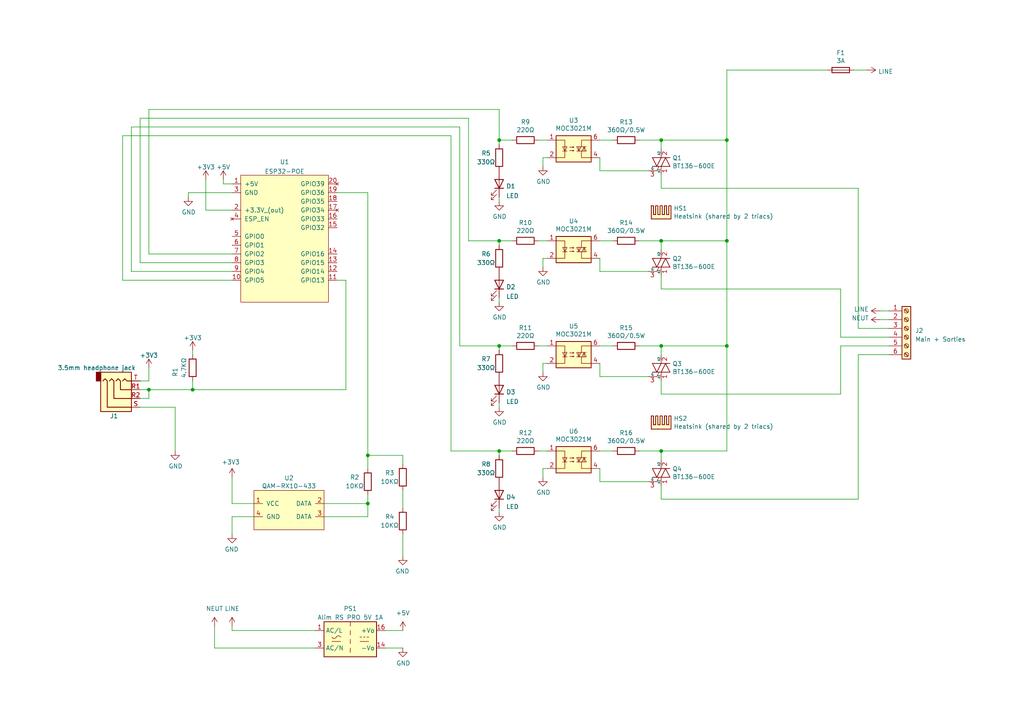
<source format=kicad_sch>
(kicad_sch (version 20230121) (generator eeschema)

  (uuid 099096e4-8c2a-4d84-a16f-06b4b6330e7a)

  (paper "A4")

  (lib_symbols
    (symbol "Connector:AudioJack4" (in_bom yes) (on_board yes)
      (property "Reference" "J" (at 0 8.89 0)
        (effects (font (size 1.27 1.27)))
      )
      (property "Value" "AudioJack4" (at 0 6.35 0)
        (effects (font (size 1.27 1.27)))
      )
      (property "Footprint" "" (at 0 0 0)
        (effects (font (size 1.27 1.27)) hide)
      )
      (property "Datasheet" "~" (at 0 0 0)
        (effects (font (size 1.27 1.27)) hide)
      )
      (property "ki_keywords" "audio jack receptacle stereo headphones TRRS connector" (at 0 0 0)
        (effects (font (size 1.27 1.27)) hide)
      )
      (property "ki_description" "Audio Jack, 4 Poles (TRRS)" (at 0 0 0)
        (effects (font (size 1.27 1.27)) hide)
      )
      (property "ki_fp_filters" "Jack*" (at 0 0 0)
        (effects (font (size 1.27 1.27)) hide)
      )
      (symbol "AudioJack4_0_1"
        (rectangle (start -6.35 -5.08) (end -7.62 -7.62)
          (stroke (width 0.254) (type default))
          (fill (type outline))
        )
        (polyline
          (pts
            (xy 0 -5.08)
            (xy 0.635 -5.715)
            (xy 1.27 -5.08)
            (xy 2.54 -5.08)
          )
          (stroke (width 0.254) (type default))
          (fill (type none))
        )
        (polyline
          (pts
            (xy -5.715 -5.08)
            (xy -5.08 -5.715)
            (xy -4.445 -5.08)
            (xy -4.445 2.54)
            (xy 2.54 2.54)
          )
          (stroke (width 0.254) (type default))
          (fill (type none))
        )
        (polyline
          (pts
            (xy -1.905 -5.08)
            (xy -1.27 -5.715)
            (xy -0.635 -5.08)
            (xy -0.635 -2.54)
            (xy 2.54 -2.54)
          )
          (stroke (width 0.254) (type default))
          (fill (type none))
        )
        (polyline
          (pts
            (xy 2.54 0)
            (xy -2.54 0)
            (xy -2.54 -5.08)
            (xy -3.175 -5.715)
            (xy -3.81 -5.08)
          )
          (stroke (width 0.254) (type default))
          (fill (type none))
        )
        (rectangle (start 2.54 3.81) (end -6.35 -7.62)
          (stroke (width 0.254) (type default))
          (fill (type background))
        )
      )
      (symbol "AudioJack4_1_1"
        (pin passive line (at 5.08 -2.54 180) (length 2.54)
          (name "~" (effects (font (size 1.27 1.27))))
          (number "R1" (effects (font (size 1.27 1.27))))
        )
        (pin passive line (at 5.08 0 180) (length 2.54)
          (name "~" (effects (font (size 1.27 1.27))))
          (number "R2" (effects (font (size 1.27 1.27))))
        )
        (pin passive line (at 5.08 2.54 180) (length 2.54)
          (name "~" (effects (font (size 1.27 1.27))))
          (number "S" (effects (font (size 1.27 1.27))))
        )
        (pin passive line (at 5.08 -5.08 180) (length 2.54)
          (name "~" (effects (font (size 1.27 1.27))))
          (number "T" (effects (font (size 1.27 1.27))))
        )
      )
    )
    (symbol "Connector:Screw_Terminal_01x06" (pin_names (offset 1.016) hide) (in_bom yes) (on_board yes)
      (property "Reference" "J" (at 0 7.62 0)
        (effects (font (size 1.27 1.27)))
      )
      (property "Value" "Screw_Terminal_01x06" (at 0 -10.16 0)
        (effects (font (size 1.27 1.27)))
      )
      (property "Footprint" "" (at 0 0 0)
        (effects (font (size 1.27 1.27)) hide)
      )
      (property "Datasheet" "~" (at 0 0 0)
        (effects (font (size 1.27 1.27)) hide)
      )
      (property "ki_keywords" "screw terminal" (at 0 0 0)
        (effects (font (size 1.27 1.27)) hide)
      )
      (property "ki_description" "Generic screw terminal, single row, 01x06, script generated (kicad-library-utils/schlib/autogen/connector/)" (at 0 0 0)
        (effects (font (size 1.27 1.27)) hide)
      )
      (property "ki_fp_filters" "TerminalBlock*:*" (at 0 0 0)
        (effects (font (size 1.27 1.27)) hide)
      )
      (symbol "Screw_Terminal_01x06_1_1"
        (rectangle (start -1.27 6.35) (end 1.27 -8.89)
          (stroke (width 0.254) (type default))
          (fill (type background))
        )
        (circle (center 0 -7.62) (radius 0.635)
          (stroke (width 0.1524) (type default))
          (fill (type none))
        )
        (circle (center 0 -5.08) (radius 0.635)
          (stroke (width 0.1524) (type default))
          (fill (type none))
        )
        (circle (center 0 -2.54) (radius 0.635)
          (stroke (width 0.1524) (type default))
          (fill (type none))
        )
        (polyline
          (pts
            (xy -0.5334 -7.2898)
            (xy 0.3302 -8.128)
          )
          (stroke (width 0.1524) (type default))
          (fill (type none))
        )
        (polyline
          (pts
            (xy -0.5334 -4.7498)
            (xy 0.3302 -5.588)
          )
          (stroke (width 0.1524) (type default))
          (fill (type none))
        )
        (polyline
          (pts
            (xy -0.5334 -2.2098)
            (xy 0.3302 -3.048)
          )
          (stroke (width 0.1524) (type default))
          (fill (type none))
        )
        (polyline
          (pts
            (xy -0.5334 0.3302)
            (xy 0.3302 -0.508)
          )
          (stroke (width 0.1524) (type default))
          (fill (type none))
        )
        (polyline
          (pts
            (xy -0.5334 2.8702)
            (xy 0.3302 2.032)
          )
          (stroke (width 0.1524) (type default))
          (fill (type none))
        )
        (polyline
          (pts
            (xy -0.5334 5.4102)
            (xy 0.3302 4.572)
          )
          (stroke (width 0.1524) (type default))
          (fill (type none))
        )
        (polyline
          (pts
            (xy -0.3556 -7.112)
            (xy 0.508 -7.9502)
          )
          (stroke (width 0.1524) (type default))
          (fill (type none))
        )
        (polyline
          (pts
            (xy -0.3556 -4.572)
            (xy 0.508 -5.4102)
          )
          (stroke (width 0.1524) (type default))
          (fill (type none))
        )
        (polyline
          (pts
            (xy -0.3556 -2.032)
            (xy 0.508 -2.8702)
          )
          (stroke (width 0.1524) (type default))
          (fill (type none))
        )
        (polyline
          (pts
            (xy -0.3556 0.508)
            (xy 0.508 -0.3302)
          )
          (stroke (width 0.1524) (type default))
          (fill (type none))
        )
        (polyline
          (pts
            (xy -0.3556 3.048)
            (xy 0.508 2.2098)
          )
          (stroke (width 0.1524) (type default))
          (fill (type none))
        )
        (polyline
          (pts
            (xy -0.3556 5.588)
            (xy 0.508 4.7498)
          )
          (stroke (width 0.1524) (type default))
          (fill (type none))
        )
        (circle (center 0 0) (radius 0.635)
          (stroke (width 0.1524) (type default))
          (fill (type none))
        )
        (circle (center 0 2.54) (radius 0.635)
          (stroke (width 0.1524) (type default))
          (fill (type none))
        )
        (circle (center 0 5.08) (radius 0.635)
          (stroke (width 0.1524) (type default))
          (fill (type none))
        )
        (pin passive line (at -5.08 5.08 0) (length 3.81)
          (name "Pin_1" (effects (font (size 1.27 1.27))))
          (number "1" (effects (font (size 1.27 1.27))))
        )
        (pin passive line (at -5.08 2.54 0) (length 3.81)
          (name "Pin_2" (effects (font (size 1.27 1.27))))
          (number "2" (effects (font (size 1.27 1.27))))
        )
        (pin passive line (at -5.08 0 0) (length 3.81)
          (name "Pin_3" (effects (font (size 1.27 1.27))))
          (number "3" (effects (font (size 1.27 1.27))))
        )
        (pin passive line (at -5.08 -2.54 0) (length 3.81)
          (name "Pin_4" (effects (font (size 1.27 1.27))))
          (number "4" (effects (font (size 1.27 1.27))))
        )
        (pin passive line (at -5.08 -5.08 0) (length 3.81)
          (name "Pin_5" (effects (font (size 1.27 1.27))))
          (number "5" (effects (font (size 1.27 1.27))))
        )
        (pin passive line (at -5.08 -7.62 0) (length 3.81)
          (name "Pin_6" (effects (font (size 1.27 1.27))))
          (number "6" (effects (font (size 1.27 1.27))))
        )
      )
    )
    (symbol "Converter_ACDC:IRM-03-5" (in_bom yes) (on_board yes)
      (property "Reference" "PS" (at 0 6.35 0)
        (effects (font (size 1.27 1.27)))
      )
      (property "Value" "IRM-03-5" (at 0 -6.35 0)
        (effects (font (size 1.27 1.27)))
      )
      (property "Footprint" "Converter_ACDC:Converter_ACDC_MeanWell_IRM-03-xx_THT" (at 0 -8.89 0)
        (effects (font (size 1.27 1.27)) hide)
      )
      (property "Datasheet" "https://www.meanwell.com/Upload/PDF/IRM-03/IRM-03-SPEC.PDF" (at 0 -10.16 0)
        (effects (font (size 1.27 1.27)) hide)
      )
      (property "ki_keywords" "Miniature Module-type Power Supply MeanWell" (at 0 0 0)
        (effects (font (size 1.27 1.27)) hide)
      )
      (property "ki_description" "5V, 600mA, 3W, Isolated, AC-DC, IRM03" (at 0 0 0)
        (effects (font (size 1.27 1.27)) hide)
      )
      (property "ki_fp_filters" "Converter*ACDC*MeanWell*IRM*03*THT*" (at 0 0 0)
        (effects (font (size 1.27 1.27)) hide)
      )
      (symbol "IRM-03-5_0_1"
        (rectangle (start -7.62 5.08) (end 7.62 -5.08)
          (stroke (width 0.254) (type default))
          (fill (type background))
        )
        (arc (start -5.334 0.635) (mid -4.699 0.2495) (end -4.064 0.635)
          (stroke (width 0) (type default))
          (fill (type none))
        )
        (arc (start -2.794 0.635) (mid -3.429 1.0072) (end -4.064 0.635)
          (stroke (width 0) (type default))
          (fill (type none))
        )
        (polyline
          (pts
            (xy -5.334 -0.635)
            (xy -2.794 -0.635)
          )
          (stroke (width 0) (type default))
          (fill (type none))
        )
        (polyline
          (pts
            (xy 0 -2.54)
            (xy 0 -3.81)
          )
          (stroke (width 0) (type default))
          (fill (type none))
        )
        (polyline
          (pts
            (xy 0 0)
            (xy 0 -1.27)
          )
          (stroke (width 0) (type default))
          (fill (type none))
        )
        (polyline
          (pts
            (xy 0 2.54)
            (xy 0 1.27)
          )
          (stroke (width 0) (type default))
          (fill (type none))
        )
        (polyline
          (pts
            (xy 0 5.08)
            (xy 0 3.81)
          )
          (stroke (width 0) (type default))
          (fill (type none))
        )
        (polyline
          (pts
            (xy 2.794 -0.635)
            (xy 5.334 -0.635)
          )
          (stroke (width 0) (type default))
          (fill (type none))
        )
        (polyline
          (pts
            (xy 2.794 0.635)
            (xy 3.302 0.635)
          )
          (stroke (width 0) (type default))
          (fill (type none))
        )
        (polyline
          (pts
            (xy 3.81 0.635)
            (xy 4.318 0.635)
          )
          (stroke (width 0) (type default))
          (fill (type none))
        )
        (polyline
          (pts
            (xy 4.826 0.635)
            (xy 5.334 0.635)
          )
          (stroke (width 0) (type default))
          (fill (type none))
        )
      )
      (symbol "IRM-03-5_1_1"
        (pin power_in line (at -10.16 2.54 0) (length 2.54)
          (name "AC/L" (effects (font (size 1.27 1.27))))
          (number "1" (effects (font (size 1.27 1.27))))
        )
        (pin power_out line (at 10.16 -2.54 180) (length 2.54)
          (name "-Vo" (effects (font (size 1.27 1.27))))
          (number "14" (effects (font (size 1.27 1.27))))
        )
        (pin power_out line (at 10.16 2.54 180) (length 2.54)
          (name "+Vo" (effects (font (size 1.27 1.27))))
          (number "16" (effects (font (size 1.27 1.27))))
        )
        (pin power_in line (at -10.16 -2.54 0) (length 2.54)
          (name "AC/N" (effects (font (size 1.27 1.27))))
          (number "3" (effects (font (size 1.27 1.27))))
        )
        (pin no_connect line (at -7.62 0 0) (length 2.54) hide
          (name "NC" (effects (font (size 1.27 1.27))))
          (number "5" (effects (font (size 1.27 1.27))))
        )
      )
    )
    (symbol "Device:Fuse" (pin_numbers hide) (pin_names (offset 0)) (in_bom yes) (on_board yes)
      (property "Reference" "F" (at 2.032 0 90)
        (effects (font (size 1.27 1.27)))
      )
      (property "Value" "Fuse" (at -1.905 0 90)
        (effects (font (size 1.27 1.27)))
      )
      (property "Footprint" "" (at -1.778 0 90)
        (effects (font (size 1.27 1.27)) hide)
      )
      (property "Datasheet" "~" (at 0 0 0)
        (effects (font (size 1.27 1.27)) hide)
      )
      (property "ki_keywords" "fuse" (at 0 0 0)
        (effects (font (size 1.27 1.27)) hide)
      )
      (property "ki_description" "Fuse" (at 0 0 0)
        (effects (font (size 1.27 1.27)) hide)
      )
      (property "ki_fp_filters" "*Fuse*" (at 0 0 0)
        (effects (font (size 1.27 1.27)) hide)
      )
      (symbol "Fuse_0_1"
        (rectangle (start -0.762 -2.54) (end 0.762 2.54)
          (stroke (width 0.254) (type default))
          (fill (type none))
        )
        (polyline
          (pts
            (xy 0 2.54)
            (xy 0 -2.54)
          )
          (stroke (width 0) (type default))
          (fill (type none))
        )
      )
      (symbol "Fuse_1_1"
        (pin passive line (at 0 3.81 270) (length 1.27)
          (name "~" (effects (font (size 1.27 1.27))))
          (number "1" (effects (font (size 1.27 1.27))))
        )
        (pin passive line (at 0 -3.81 90) (length 1.27)
          (name "~" (effects (font (size 1.27 1.27))))
          (number "2" (effects (font (size 1.27 1.27))))
        )
      )
    )
    (symbol "Device:LED" (pin_numbers hide) (pin_names (offset 1.016) hide) (in_bom yes) (on_board yes)
      (property "Reference" "D" (at 0 2.54 0)
        (effects (font (size 1.27 1.27)))
      )
      (property "Value" "LED" (at 0 -2.54 0)
        (effects (font (size 1.27 1.27)))
      )
      (property "Footprint" "" (at 0 0 0)
        (effects (font (size 1.27 1.27)) hide)
      )
      (property "Datasheet" "~" (at 0 0 0)
        (effects (font (size 1.27 1.27)) hide)
      )
      (property "ki_keywords" "LED diode" (at 0 0 0)
        (effects (font (size 1.27 1.27)) hide)
      )
      (property "ki_description" "Light emitting diode" (at 0 0 0)
        (effects (font (size 1.27 1.27)) hide)
      )
      (property "ki_fp_filters" "LED* LED_SMD:* LED_THT:*" (at 0 0 0)
        (effects (font (size 1.27 1.27)) hide)
      )
      (symbol "LED_0_1"
        (polyline
          (pts
            (xy -1.27 -1.27)
            (xy -1.27 1.27)
          )
          (stroke (width 0.254) (type default))
          (fill (type none))
        )
        (polyline
          (pts
            (xy -1.27 0)
            (xy 1.27 0)
          )
          (stroke (width 0) (type default))
          (fill (type none))
        )
        (polyline
          (pts
            (xy 1.27 -1.27)
            (xy 1.27 1.27)
            (xy -1.27 0)
            (xy 1.27 -1.27)
          )
          (stroke (width 0.254) (type default))
          (fill (type none))
        )
        (polyline
          (pts
            (xy -3.048 -0.762)
            (xy -4.572 -2.286)
            (xy -3.81 -2.286)
            (xy -4.572 -2.286)
            (xy -4.572 -1.524)
          )
          (stroke (width 0) (type default))
          (fill (type none))
        )
        (polyline
          (pts
            (xy -1.778 -0.762)
            (xy -3.302 -2.286)
            (xy -2.54 -2.286)
            (xy -3.302 -2.286)
            (xy -3.302 -1.524)
          )
          (stroke (width 0) (type default))
          (fill (type none))
        )
      )
      (symbol "LED_1_1"
        (pin passive line (at -3.81 0 0) (length 2.54)
          (name "K" (effects (font (size 1.27 1.27))))
          (number "1" (effects (font (size 1.27 1.27))))
        )
        (pin passive line (at 3.81 0 180) (length 2.54)
          (name "A" (effects (font (size 1.27 1.27))))
          (number "2" (effects (font (size 1.27 1.27))))
        )
      )
    )
    (symbol "Device:R" (pin_numbers hide) (pin_names (offset 0)) (in_bom yes) (on_board yes)
      (property "Reference" "R" (at 2.032 0 90)
        (effects (font (size 1.27 1.27)))
      )
      (property "Value" "R" (at 0 0 90)
        (effects (font (size 1.27 1.27)))
      )
      (property "Footprint" "" (at -1.778 0 90)
        (effects (font (size 1.27 1.27)) hide)
      )
      (property "Datasheet" "~" (at 0 0 0)
        (effects (font (size 1.27 1.27)) hide)
      )
      (property "ki_keywords" "R res resistor" (at 0 0 0)
        (effects (font (size 1.27 1.27)) hide)
      )
      (property "ki_description" "Resistor" (at 0 0 0)
        (effects (font (size 1.27 1.27)) hide)
      )
      (property "ki_fp_filters" "R_*" (at 0 0 0)
        (effects (font (size 1.27 1.27)) hide)
      )
      (symbol "R_0_1"
        (rectangle (start -1.016 -2.54) (end 1.016 2.54)
          (stroke (width 0.254) (type default))
          (fill (type none))
        )
      )
      (symbol "R_1_1"
        (pin passive line (at 0 3.81 270) (length 1.27)
          (name "~" (effects (font (size 1.27 1.27))))
          (number "1" (effects (font (size 1.27 1.27))))
        )
        (pin passive line (at 0 -3.81 90) (length 1.27)
          (name "~" (effects (font (size 1.27 1.27))))
          (number "2" (effects (font (size 1.27 1.27))))
        )
      )
    )
    (symbol "Mechanical:Heatsink" (pin_names (offset 1.016)) (in_bom yes) (on_board yes)
      (property "Reference" "HS" (at 0 5.08 0)
        (effects (font (size 1.27 1.27)))
      )
      (property "Value" "Heatsink" (at 0 -1.27 0)
        (effects (font (size 1.27 1.27)))
      )
      (property "Footprint" "" (at 0.3048 0 0)
        (effects (font (size 1.27 1.27)) hide)
      )
      (property "Datasheet" "~" (at 0.3048 0 0)
        (effects (font (size 1.27 1.27)) hide)
      )
      (property "ki_keywords" "thermal heat temperature" (at 0 0 0)
        (effects (font (size 1.27 1.27)) hide)
      )
      (property "ki_description" "Heatsink" (at 0 0 0)
        (effects (font (size 1.27 1.27)) hide)
      )
      (property "ki_fp_filters" "Heatsink_*" (at 0 0 0)
        (effects (font (size 1.27 1.27)) hide)
      )
      (symbol "Heatsink_0_1"
        (polyline
          (pts
            (xy -0.3302 1.27)
            (xy -0.9652 1.27)
            (xy -0.9652 3.81)
            (xy -1.6002 3.81)
            (xy -1.6002 1.27)
            (xy -2.2352 1.27)
            (xy -2.2352 3.81)
            (xy -2.8702 3.81)
            (xy -2.8702 0)
            (xy -0.9652 0)
          )
          (stroke (width 0.254) (type default))
          (fill (type background))
        )
        (polyline
          (pts
            (xy -0.3302 1.27)
            (xy -0.3302 3.81)
            (xy 0.3048 3.81)
            (xy 0.3048 1.27)
            (xy 0.9398 1.27)
            (xy 0.9398 3.81)
            (xy 1.5748 3.81)
            (xy 1.5748 1.27)
            (xy 2.2098 1.27)
            (xy 2.2098 3.81)
            (xy 2.8448 3.81)
            (xy 2.8448 0)
            (xy -0.9652 0)
          )
          (stroke (width 0.254) (type default))
          (fill (type background))
        )
      )
    )
    (symbol "Relay_SolidState:MOC3021M" (in_bom yes) (on_board yes)
      (property "Reference" "U" (at -5.334 4.826 0)
        (effects (font (size 1.27 1.27)) (justify left))
      )
      (property "Value" "MOC3021M" (at 0 5.08 0)
        (effects (font (size 1.27 1.27)) (justify left))
      )
      (property "Footprint" "" (at -5.08 -5.08 0)
        (effects (font (size 1.27 1.27) italic) (justify left) hide)
      )
      (property "Datasheet" "https://www.onsemi.com/pub/Collateral/MOC3023M-D.PDF" (at 0 0 0)
        (effects (font (size 1.27 1.27)) (justify left) hide)
      )
      (property "ki_keywords" "Opto-Triac Opto Triac Random Phase" (at 0 0 0)
        (effects (font (size 1.27 1.27)) hide)
      )
      (property "ki_description" "Random Phase Opto-Triac, Vdrm 400V, Ift 15mA, DIP6" (at 0 0 0)
        (effects (font (size 1.27 1.27)) hide)
      )
      (property "ki_fp_filters" "DIP*W7.62mm* SMDIP*W9.53mm* DIP*W10.16mm*" (at 0 0 0)
        (effects (font (size 1.27 1.27)) hide)
      )
      (symbol "MOC3021M_0_1"
        (rectangle (start -5.08 3.81) (end 5.08 -3.81)
          (stroke (width 0.254) (type default))
          (fill (type background))
        )
        (polyline
          (pts
            (xy -3.175 -0.635)
            (xy -1.905 -0.635)
          )
          (stroke (width 0) (type default))
          (fill (type none))
        )
        (polyline
          (pts
            (xy 1.524 -0.635)
            (xy 1.524 0.635)
          )
          (stroke (width 0) (type default))
          (fill (type none))
        )
        (polyline
          (pts
            (xy 3.048 0.635)
            (xy 3.048 -0.635)
          )
          (stroke (width 0) (type default))
          (fill (type none))
        )
        (polyline
          (pts
            (xy 2.286 -0.635)
            (xy 2.286 -2.54)
            (xy 5.08 -2.54)
          )
          (stroke (width 0) (type default))
          (fill (type none))
        )
        (polyline
          (pts
            (xy 2.286 0.635)
            (xy 2.286 2.54)
            (xy 5.08 2.54)
          )
          (stroke (width 0) (type default))
          (fill (type none))
        )
        (polyline
          (pts
            (xy -5.08 2.54)
            (xy -2.54 2.54)
            (xy -2.54 -2.54)
            (xy -5.08 -2.54)
          )
          (stroke (width 0) (type default))
          (fill (type none))
        )
        (polyline
          (pts
            (xy -2.54 -0.635)
            (xy -3.175 0.635)
            (xy -1.905 0.635)
            (xy -2.54 -0.635)
          )
          (stroke (width 0) (type default))
          (fill (type none))
        )
        (polyline
          (pts
            (xy 0.889 -0.635)
            (xy 3.683 -0.635)
            (xy 3.048 0.635)
            (xy 2.413 -0.635)
          )
          (stroke (width 0) (type default))
          (fill (type none))
        )
        (polyline
          (pts
            (xy 3.683 0.635)
            (xy 0.889 0.635)
            (xy 1.524 -0.635)
            (xy 2.159 0.635)
          )
          (stroke (width 0) (type default))
          (fill (type none))
        )
        (polyline
          (pts
            (xy -1.143 -0.508)
            (xy 0.127 -0.508)
            (xy -0.254 -0.635)
            (xy -0.254 -0.381)
            (xy 0.127 -0.508)
          )
          (stroke (width 0) (type default))
          (fill (type none))
        )
        (polyline
          (pts
            (xy -1.143 0.508)
            (xy 0.127 0.508)
            (xy -0.254 0.381)
            (xy -0.254 0.635)
            (xy 0.127 0.508)
          )
          (stroke (width 0) (type default))
          (fill (type none))
        )
      )
      (symbol "MOC3021M_1_1"
        (pin passive line (at -7.62 2.54 0) (length 2.54)
          (name "~" (effects (font (size 1.27 1.27))))
          (number "1" (effects (font (size 1.27 1.27))))
        )
        (pin passive line (at -7.62 -2.54 0) (length 2.54)
          (name "~" (effects (font (size 1.27 1.27))))
          (number "2" (effects (font (size 1.27 1.27))))
        )
        (pin no_connect line (at -5.08 0 0) (length 2.54) hide
          (name "NC" (effects (font (size 1.27 1.27))))
          (number "3" (effects (font (size 1.27 1.27))))
        )
        (pin passive line (at 7.62 -2.54 180) (length 2.54)
          (name "~" (effects (font (size 1.27 1.27))))
          (number "4" (effects (font (size 1.27 1.27))))
        )
        (pin no_connect line (at 5.08 0 180) (length 2.54) hide
          (name "NC" (effects (font (size 1.27 1.27))))
          (number "5" (effects (font (size 1.27 1.27))))
        )
        (pin passive line (at 7.62 2.54 180) (length 2.54)
          (name "~" (effects (font (size 1.27 1.27))))
          (number "6" (effects (font (size 1.27 1.27))))
        )
      )
    )
    (symbol "Triac_Thyristor:BT136-600" (pin_names (offset 0)) (in_bom yes) (on_board yes)
      (property "Reference" "Q" (at 5.08 1.905 0)
        (effects (font (size 1.27 1.27)) (justify left))
      )
      (property "Value" "BT136-600" (at 5.08 0 0)
        (effects (font (size 1.27 1.27)) (justify left))
      )
      (property "Footprint" "Package_TO_SOT_THT:TO-220-3_Vertical" (at 5.08 -1.905 0)
        (effects (font (size 1.27 1.27) italic) (justify left) hide)
      )
      (property "Datasheet" "http://www.micropik.com/PDF/BT136-600.pdf" (at 0 0 0)
        (effects (font (size 1.27 1.27)) (justify left) hide)
      )
      (property "ki_keywords" "Triac" (at 0 0 0)
        (effects (font (size 1.27 1.27)) hide)
      )
      (property "ki_description" "4A RMS, 500V Off-State Voltage, Triac, TO-220" (at 0 0 0)
        (effects (font (size 1.27 1.27)) hide)
      )
      (property "ki_fp_filters" "TO?220*" (at 0 0 0)
        (effects (font (size 1.27 1.27)) hide)
      )
      (symbol "BT136-600_0_1"
        (polyline
          (pts
            (xy -2.54 -1.27)
            (xy 2.54 -1.27)
          )
          (stroke (width 0.2032) (type default))
          (fill (type none))
        )
        (polyline
          (pts
            (xy -2.54 1.27)
            (xy 2.54 1.27)
          )
          (stroke (width 0.2032) (type default))
          (fill (type none))
        )
        (polyline
          (pts
            (xy -1.27 -2.54)
            (xy -0.635 -1.27)
          )
          (stroke (width 0) (type default))
          (fill (type none))
        )
        (polyline
          (pts
            (xy -2.54 1.27)
            (xy -1.27 -1.27)
            (xy 0 1.27)
          )
          (stroke (width 0.2032) (type default))
          (fill (type none))
        )
        (polyline
          (pts
            (xy 0 -1.27)
            (xy 1.27 1.27)
            (xy 2.54 -1.27)
          )
          (stroke (width 0.2032) (type default))
          (fill (type none))
        )
      )
      (symbol "BT136-600_1_1"
        (pin passive line (at 0 -3.81 90) (length 2.54)
          (name "A1" (effects (font (size 0.635 0.635))))
          (number "1" (effects (font (size 1.27 1.27))))
        )
        (pin passive line (at 0 3.81 270) (length 2.54)
          (name "A2" (effects (font (size 0.635 0.635))))
          (number "2" (effects (font (size 1.27 1.27))))
        )
        (pin input line (at -3.81 -2.54 0) (length 2.54)
          (name "G" (effects (font (size 0.635 0.635))))
          (number "3" (effects (font (size 1.27 1.27))))
        )
      )
    )
    (symbol "mylife-symbols:ESP32-POE-ISO" (pin_names (offset 1.016)) (in_bom yes) (on_board yes)
      (property "Reference" "U" (at 0 21.59 0)
        (effects (font (size 1.27 1.27)))
      )
      (property "Value" "ESP32-POE-ISO" (at 0 19.05 0)
        (effects (font (size 1.27 1.27)))
      )
      (property "Footprint" "" (at 0 21.59 0)
        (effects (font (size 1.27 1.27)) hide)
      )
      (property "Datasheet" "https://www.olimex.com/Products/IoT/ESP32/ESP32-POE-ISO/open-source-hardware" (at 0 21.59 0)
        (effects (font (size 1.27 1.27)) hide)
      )
      (symbol "ESP32-POE-ISO_0_1"
        (rectangle (start -12.7 17.78) (end 12.7 -19.05)
          (stroke (width 0) (type default))
          (fill (type background))
        )
      )
      (symbol "ESP32-POE-ISO_1_1"
        (pin power_in line (at -15.24 15.24 0) (length 2.54)
          (name "+5V" (effects (font (size 1.27 1.27))))
          (number "1" (effects (font (size 1.27 1.27))))
        )
        (pin bidirectional line (at -15.24 -12.7 0) (length 2.54)
          (name "GPIO5" (effects (font (size 1.27 1.27))))
          (number "10" (effects (font (size 1.27 1.27))))
        )
        (pin bidirectional line (at 15.24 -12.7 180) (length 2.54)
          (name "GPIO13" (effects (font (size 1.27 1.27))))
          (number "11" (effects (font (size 1.27 1.27))))
        )
        (pin bidirectional line (at 15.24 -10.16 180) (length 2.54)
          (name "GPIO14" (effects (font (size 1.27 1.27))))
          (number "12" (effects (font (size 1.27 1.27))))
        )
        (pin bidirectional line (at 15.24 -7.62 180) (length 2.54)
          (name "GPIO15" (effects (font (size 1.27 1.27))))
          (number "13" (effects (font (size 1.27 1.27))))
        )
        (pin bidirectional line (at 15.24 -5.08 180) (length 2.54)
          (name "GPIO16" (effects (font (size 1.27 1.27))))
          (number "14" (effects (font (size 1.27 1.27))))
        )
        (pin bidirectional line (at 15.24 2.54 180) (length 2.54)
          (name "GPIO32" (effects (font (size 1.27 1.27))))
          (number "15" (effects (font (size 1.27 1.27))))
        )
        (pin bidirectional line (at 15.24 5.08 180) (length 2.54)
          (name "GPIO33" (effects (font (size 1.27 1.27))))
          (number "16" (effects (font (size 1.27 1.27))))
        )
        (pin no_connect line (at 15.24 7.62 180) (length 2.54)
          (name "GPIO34" (effects (font (size 1.27 1.27))))
          (number "17" (effects (font (size 1.27 1.27))))
        )
        (pin bidirectional line (at 15.24 10.16 180) (length 2.54)
          (name "GPIO35" (effects (font (size 1.27 1.27))))
          (number "18" (effects (font (size 1.27 1.27))))
        )
        (pin bidirectional line (at 15.24 12.7 180) (length 2.54)
          (name "GPIO36" (effects (font (size 1.27 1.27))))
          (number "19" (effects (font (size 1.27 1.27))))
        )
        (pin power_out line (at -15.24 7.62 0) (length 2.54)
          (name "+3.3V_(out)" (effects (font (size 1.27 1.27))))
          (number "2" (effects (font (size 1.27 1.27))))
        )
        (pin no_connect line (at 15.24 15.24 180) (length 2.54)
          (name "GPIO39" (effects (font (size 1.27 1.27))))
          (number "20" (effects (font (size 1.27 1.27))))
        )
        (pin power_in line (at -15.24 12.7 0) (length 2.54)
          (name "GND" (effects (font (size 1.27 1.27))))
          (number "3" (effects (font (size 1.27 1.27))))
        )
        (pin no_connect line (at -15.24 5.08 0) (length 2.54)
          (name "ESP_EN" (effects (font (size 1.27 1.27))))
          (number "4" (effects (font (size 1.27 1.27))))
        )
        (pin bidirectional line (at -15.24 0 0) (length 2.54)
          (name "GPIO0" (effects (font (size 1.27 1.27))))
          (number "5" (effects (font (size 1.27 1.27))))
        )
        (pin bidirectional line (at -15.24 -2.54 0) (length 2.54)
          (name "GPIO1" (effects (font (size 1.27 1.27))))
          (number "6" (effects (font (size 1.27 1.27))))
        )
        (pin bidirectional line (at -15.24 -5.08 0) (length 2.54)
          (name "GPIO2" (effects (font (size 1.27 1.27))))
          (number "7" (effects (font (size 1.27 1.27))))
        )
        (pin bidirectional line (at -15.24 -7.62 0) (length 2.54)
          (name "GPIO3" (effects (font (size 1.27 1.27))))
          (number "8" (effects (font (size 1.27 1.27))))
        )
        (pin bidirectional line (at -15.24 -10.16 0) (length 2.54)
          (name "GPIO4" (effects (font (size 1.27 1.27))))
          (number "9" (effects (font (size 1.27 1.27))))
        )
      )
    )
    (symbol "mylife-symbols:QAM-RX10-433" (pin_names (offset 1.016)) (in_bom yes) (on_board yes)
      (property "Reference" "U" (at 0 8.89 0)
        (effects (font (size 1.27 1.27)))
      )
      (property "Value" "QAM-RX10-433" (at 0 6.35 0)
        (effects (font (size 1.27 1.27)))
      )
      (property "Footprint" "" (at 0 8.89 0)
        (effects (font (size 1.27 1.27)) hide)
      )
      (property "Datasheet" "" (at 0 8.89 0)
        (effects (font (size 1.27 1.27)) hide)
      )
      (symbol "QAM-RX10-433_0_1"
        (rectangle (start -10.16 5.08) (end 10.16 -6.35)
          (stroke (width 0) (type default))
          (fill (type background))
        )
      )
      (symbol "QAM-RX10-433_1_1"
        (pin power_in line (at -10.16 1.27 0) (length 2.54)
          (name "VCC" (effects (font (size 1.27 1.27))))
          (number "1" (effects (font (size 1.27 1.27))))
        )
        (pin output line (at 10.16 1.27 180) (length 2.54)
          (name "DATA" (effects (font (size 1.27 1.27))))
          (number "2" (effects (font (size 1.27 1.27))))
        )
        (pin output line (at 10.16 -2.54 180) (length 2.54)
          (name "DATA" (effects (font (size 1.27 1.27))))
          (number "3" (effects (font (size 1.27 1.27))))
        )
        (pin power_in line (at -10.16 -2.54 0) (length 2.54)
          (name "GND" (effects (font (size 1.27 1.27))))
          (number "4" (effects (font (size 1.27 1.27))))
        )
      )
    )
    (symbol "power:+3.3V" (power) (pin_names (offset 0)) (in_bom yes) (on_board yes)
      (property "Reference" "#PWR" (at 0 -3.81 0)
        (effects (font (size 1.27 1.27)) hide)
      )
      (property "Value" "+3.3V" (at 0 3.556 0)
        (effects (font (size 1.27 1.27)))
      )
      (property "Footprint" "" (at 0 0 0)
        (effects (font (size 1.27 1.27)) hide)
      )
      (property "Datasheet" "" (at 0 0 0)
        (effects (font (size 1.27 1.27)) hide)
      )
      (property "ki_keywords" "power-flag" (at 0 0 0)
        (effects (font (size 1.27 1.27)) hide)
      )
      (property "ki_description" "Power symbol creates a global label with name \"+3.3V\"" (at 0 0 0)
        (effects (font (size 1.27 1.27)) hide)
      )
      (symbol "+3.3V_0_1"
        (polyline
          (pts
            (xy -0.762 1.27)
            (xy 0 2.54)
          )
          (stroke (width 0) (type default))
          (fill (type none))
        )
        (polyline
          (pts
            (xy 0 0)
            (xy 0 2.54)
          )
          (stroke (width 0) (type default))
          (fill (type none))
        )
        (polyline
          (pts
            (xy 0 2.54)
            (xy 0.762 1.27)
          )
          (stroke (width 0) (type default))
          (fill (type none))
        )
      )
      (symbol "+3.3V_1_1"
        (pin power_in line (at 0 0 90) (length 0) hide
          (name "+3V3" (effects (font (size 1.27 1.27))))
          (number "1" (effects (font (size 1.27 1.27))))
        )
      )
    )
    (symbol "power:+5V" (power) (pin_names (offset 0)) (in_bom yes) (on_board yes)
      (property "Reference" "#PWR" (at 0 -3.81 0)
        (effects (font (size 1.27 1.27)) hide)
      )
      (property "Value" "+5V" (at 0 3.556 0)
        (effects (font (size 1.27 1.27)))
      )
      (property "Footprint" "" (at 0 0 0)
        (effects (font (size 1.27 1.27)) hide)
      )
      (property "Datasheet" "" (at 0 0 0)
        (effects (font (size 1.27 1.27)) hide)
      )
      (property "ki_keywords" "power-flag" (at 0 0 0)
        (effects (font (size 1.27 1.27)) hide)
      )
      (property "ki_description" "Power symbol creates a global label with name \"+5V\"" (at 0 0 0)
        (effects (font (size 1.27 1.27)) hide)
      )
      (symbol "+5V_0_1"
        (polyline
          (pts
            (xy -0.762 1.27)
            (xy 0 2.54)
          )
          (stroke (width 0) (type default))
          (fill (type none))
        )
        (polyline
          (pts
            (xy 0 0)
            (xy 0 2.54)
          )
          (stroke (width 0) (type default))
          (fill (type none))
        )
        (polyline
          (pts
            (xy 0 2.54)
            (xy 0.762 1.27)
          )
          (stroke (width 0) (type default))
          (fill (type none))
        )
      )
      (symbol "+5V_1_1"
        (pin power_in line (at 0 0 90) (length 0) hide
          (name "+5V" (effects (font (size 1.27 1.27))))
          (number "1" (effects (font (size 1.27 1.27))))
        )
      )
    )
    (symbol "power:GND" (power) (pin_names (offset 0)) (in_bom yes) (on_board yes)
      (property "Reference" "#PWR" (at 0 -6.35 0)
        (effects (font (size 1.27 1.27)) hide)
      )
      (property "Value" "GND" (at 0 -3.81 0)
        (effects (font (size 1.27 1.27)))
      )
      (property "Footprint" "" (at 0 0 0)
        (effects (font (size 1.27 1.27)) hide)
      )
      (property "Datasheet" "" (at 0 0 0)
        (effects (font (size 1.27 1.27)) hide)
      )
      (property "ki_keywords" "power-flag" (at 0 0 0)
        (effects (font (size 1.27 1.27)) hide)
      )
      (property "ki_description" "Power symbol creates a global label with name \"GND\" , ground" (at 0 0 0)
        (effects (font (size 1.27 1.27)) hide)
      )
      (symbol "GND_0_1"
        (polyline
          (pts
            (xy 0 0)
            (xy 0 -1.27)
            (xy 1.27 -1.27)
            (xy 0 -2.54)
            (xy -1.27 -1.27)
            (xy 0 -1.27)
          )
          (stroke (width 0) (type default))
          (fill (type none))
        )
      )
      (symbol "GND_1_1"
        (pin power_in line (at 0 0 270) (length 0) hide
          (name "GND" (effects (font (size 1.27 1.27))))
          (number "1" (effects (font (size 1.27 1.27))))
        )
      )
    )
    (symbol "power:LINE" (power) (pin_names (offset 0)) (in_bom yes) (on_board yes)
      (property "Reference" "#PWR" (at 0 -3.81 0)
        (effects (font (size 1.27 1.27)) hide)
      )
      (property "Value" "LINE" (at 0 3.81 0)
        (effects (font (size 1.27 1.27)))
      )
      (property "Footprint" "" (at 0 0 0)
        (effects (font (size 1.27 1.27)) hide)
      )
      (property "Datasheet" "" (at 0 0 0)
        (effects (font (size 1.27 1.27)) hide)
      )
      (property "ki_keywords" "power-flag" (at 0 0 0)
        (effects (font (size 1.27 1.27)) hide)
      )
      (property "ki_description" "Power symbol creates a global label with name \"LINE\"" (at 0 0 0)
        (effects (font (size 1.27 1.27)) hide)
      )
      (symbol "LINE_0_1"
        (polyline
          (pts
            (xy -0.762 1.27)
            (xy 0 2.54)
          )
          (stroke (width 0) (type default))
          (fill (type none))
        )
        (polyline
          (pts
            (xy 0 0)
            (xy 0 2.54)
          )
          (stroke (width 0) (type default))
          (fill (type none))
        )
        (polyline
          (pts
            (xy 0 2.54)
            (xy 0.762 1.27)
          )
          (stroke (width 0) (type default))
          (fill (type none))
        )
      )
      (symbol "LINE_1_1"
        (pin power_in line (at 0 0 90) (length 0) hide
          (name "LINE" (effects (font (size 1.27 1.27))))
          (number "1" (effects (font (size 1.27 1.27))))
        )
      )
    )
    (symbol "power:NEUT" (power) (pin_names (offset 0)) (in_bom yes) (on_board yes)
      (property "Reference" "#PWR" (at 0 -3.81 0)
        (effects (font (size 1.27 1.27)) hide)
      )
      (property "Value" "NEUT" (at 0 3.81 0)
        (effects (font (size 1.27 1.27)))
      )
      (property "Footprint" "" (at 0 0 0)
        (effects (font (size 1.27 1.27)) hide)
      )
      (property "Datasheet" "" (at 0 0 0)
        (effects (font (size 1.27 1.27)) hide)
      )
      (property "ki_keywords" "power-flag" (at 0 0 0)
        (effects (font (size 1.27 1.27)) hide)
      )
      (property "ki_description" "Power symbol creates a global label with name \"NEUT\"" (at 0 0 0)
        (effects (font (size 1.27 1.27)) hide)
      )
      (symbol "NEUT_0_1"
        (polyline
          (pts
            (xy -0.762 1.27)
            (xy 0 2.54)
          )
          (stroke (width 0) (type default))
          (fill (type none))
        )
        (polyline
          (pts
            (xy 0 0)
            (xy 0 2.54)
          )
          (stroke (width 0) (type default))
          (fill (type none))
        )
        (polyline
          (pts
            (xy 0 2.54)
            (xy 0.762 1.27)
          )
          (stroke (width 0) (type default))
          (fill (type none))
        )
      )
      (symbol "NEUT_1_1"
        (pin power_in line (at 0 0 90) (length 0) hide
          (name "NEUT" (effects (font (size 1.27 1.27))))
          (number "1" (effects (font (size 1.27 1.27))))
        )
      )
    )
  )

  (junction (at 191.77 40.64) (diameter 0) (color 0 0 0 0)
    (uuid 055f3620-97de-445e-ac4d-79bc97567b1a)
  )
  (junction (at 144.78 130.81) (diameter 0) (color 0 0 0 0)
    (uuid 0b9162c1-4464-4b5b-809c-b2e9bbb41cc6)
  )
  (junction (at 144.78 69.85) (diameter 0) (color 0 0 0 0)
    (uuid 126dcd6b-baea-4119-b48e-8f6ab019d95e)
  )
  (junction (at 144.78 100.33) (diameter 0) (color 0 0 0 0)
    (uuid 16834b07-b405-4ffc-a871-8cadb67f44ee)
  )
  (junction (at 191.77 69.85) (diameter 0) (color 0 0 0 0)
    (uuid 23dea0bd-e814-485c-9709-a840dc60d54a)
  )
  (junction (at 144.78 40.64) (diameter 0) (color 0 0 0 0)
    (uuid 350d8744-ddde-41d9-84da-43bdc27c8ea6)
  )
  (junction (at 191.77 100.33) (diameter 0) (color 0 0 0 0)
    (uuid 3c6fff60-fc11-4073-81b7-7bcc3bfbe7d3)
  )
  (junction (at 191.77 130.81) (diameter 0) (color 0 0 0 0)
    (uuid 3cb2821e-fda9-4d87-86d5-a01461171664)
  )
  (junction (at 106.68 132.08) (diameter 0) (color 0 0 0 0)
    (uuid 54f33178-52c3-44ae-bef9-8f8d77e4fbbe)
  )
  (junction (at 210.82 40.64) (diameter 0) (color 0 0 0 0)
    (uuid 79348e3e-e9f9-4269-964d-a07991f15ce3)
  )
  (junction (at 106.68 146.05) (diameter 0) (color 0 0 0 0)
    (uuid 980e5f88-ef55-4857-af28-47be505d8a3d)
  )
  (junction (at 210.82 100.33) (diameter 0) (color 0 0 0 0)
    (uuid b7173365-1794-4443-a6a3-4bd81ae79e66)
  )
  (junction (at 55.88 113.03) (diameter 0) (color 0 0 0 0)
    (uuid cd0b501a-db36-4a53-8bf9-e4d2217a7dfc)
  )
  (junction (at 43.18 113.03) (diameter 0) (color 0 0 0 0)
    (uuid d8fc182a-ef7c-4ae6-b38e-7e20182b333c)
  )
  (junction (at 210.82 69.85) (diameter 0) (color 0 0 0 0)
    (uuid e632f1bf-aa58-4e77-96e6-0bcd77945624)
  )

  (wire (pts (xy 157.48 74.93) (xy 157.48 77.47))
    (stroke (width 0) (type default))
    (uuid 09aa2078-2646-4ab4-a113-2ef30e80369a)
  )
  (wire (pts (xy 135.89 34.29) (xy 135.89 69.85))
    (stroke (width 0) (type default))
    (uuid 0bd6d8d5-c6c7-476b-9505-0d1ed2e05068)
  )
  (wire (pts (xy 156.21 130.81) (xy 158.75 130.81))
    (stroke (width 0) (type default))
    (uuid 0c4fd63e-e4e0-459e-b0d9-09663162f390)
  )
  (wire (pts (xy 187.96 139.7) (xy 173.99 139.7))
    (stroke (width 0) (type default))
    (uuid 0c979dac-88f2-4c41-8aa0-217d5e0724f0)
  )
  (wire (pts (xy 191.77 50.8) (xy 191.77 54.61))
    (stroke (width 0) (type default))
    (uuid 0ce8d3ab-2662-4158-8a2a-18b782908fc5)
  )
  (wire (pts (xy 210.82 40.64) (xy 210.82 69.85))
    (stroke (width 0) (type default))
    (uuid 0d5a587b-55d2-4fbd-a546-6a477a00234d)
  )
  (wire (pts (xy 100.33 81.28) (xy 100.33 113.03))
    (stroke (width 0) (type default))
    (uuid 0e9dc836-a85f-40bb-a6e1-76805f3d5923)
  )
  (wire (pts (xy 210.82 130.81) (xy 191.77 130.81))
    (stroke (width 0) (type default))
    (uuid 0f53e928-5f32-459e-a472-a1fbfa536b7e)
  )
  (wire (pts (xy 130.81 130.81) (xy 144.78 130.81))
    (stroke (width 0) (type default))
    (uuid 10a1b0ac-a8e5-4373-8df1-7e9b460c5c33)
  )
  (wire (pts (xy 257.81 100.33) (xy 243.84 100.33))
    (stroke (width 0) (type default))
    (uuid 168b6045-9410-4914-a3bc-91cc8270ee76)
  )
  (wire (pts (xy 93.98 146.05) (xy 106.68 146.05))
    (stroke (width 0) (type default))
    (uuid 1be147a3-150d-422a-9633-6d4c59cc5a9d)
  )
  (wire (pts (xy 191.77 40.64) (xy 191.77 43.18))
    (stroke (width 0) (type default))
    (uuid 20726915-4acd-44e8-a867-175d9b5cbeea)
  )
  (wire (pts (xy 43.18 106.68) (xy 43.18 110.49))
    (stroke (width 0) (type default))
    (uuid 20d6aaeb-fae8-4f1b-aad6-1f5aefd07327)
  )
  (wire (pts (xy 247.65 20.32) (xy 251.46 20.32))
    (stroke (width 0) (type default))
    (uuid 22bb6c80-05a9-4d89-98b0-f4c23fe6c1ce)
  )
  (wire (pts (xy 73.66 149.86) (xy 67.31 149.86))
    (stroke (width 0) (type default))
    (uuid 241e0c85-4796-48eb-a5a0-1c0f2d6e5910)
  )
  (wire (pts (xy 191.77 100.33) (xy 191.77 102.87))
    (stroke (width 0) (type default))
    (uuid 25e787bc-6f8e-4674-a7ce-1da824bf26f7)
  )
  (wire (pts (xy 173.99 49.53) (xy 173.99 45.72))
    (stroke (width 0) (type default))
    (uuid 29195ea4-8218-44a1-b4bf-466bee0082e4)
  )
  (wire (pts (xy 40.64 113.03) (xy 43.18 113.03))
    (stroke (width 0) (type default))
    (uuid 2951ecc7-e107-4248-bfac-add8ded7da9f)
  )
  (wire (pts (xy 40.64 76.2) (xy 67.31 76.2))
    (stroke (width 0) (type default))
    (uuid 295fdd39-a6e6-4154-9d53-69075a57e118)
  )
  (wire (pts (xy 191.77 130.81) (xy 191.77 133.35))
    (stroke (width 0) (type default))
    (uuid 2a78de74-1ade-4848-916e-e29e34e908f7)
  )
  (wire (pts (xy 97.79 81.28) (xy 100.33 81.28))
    (stroke (width 0) (type default))
    (uuid 2b51cf53-a731-4b8d-aecf-3be46e9916da)
  )
  (wire (pts (xy 55.88 110.49) (xy 55.88 113.03))
    (stroke (width 0) (type default))
    (uuid 2bea113b-22b8-4bd3-8835-647efb91ef64)
  )
  (wire (pts (xy 243.84 100.33) (xy 243.84 114.3))
    (stroke (width 0) (type default))
    (uuid 2ef4f9b1-6fc6-4c6d-b02c-04f669f857ba)
  )
  (wire (pts (xy 187.96 49.53) (xy 173.99 49.53))
    (stroke (width 0) (type default))
    (uuid 309b3bff-19c8-41ec-a84d-63399c649f46)
  )
  (wire (pts (xy 173.99 109.22) (xy 173.99 105.41))
    (stroke (width 0) (type default))
    (uuid 32930a75-b72d-4375-bfae-6cecca1b1262)
  )
  (wire (pts (xy 54.61 55.88) (xy 54.61 57.15))
    (stroke (width 0) (type default))
    (uuid 3604ec2b-0e0c-4730-b039-648ad00a5f40)
  )
  (wire (pts (xy 67.31 138.43) (xy 67.31 146.05))
    (stroke (width 0) (type default))
    (uuid 363945f6-fbef-42be-99cf-4a8a48434d92)
  )
  (wire (pts (xy 106.68 55.88) (xy 97.79 55.88))
    (stroke (width 0) (type default))
    (uuid 368e42bb-fdc8-4f27-a1da-5370d52e7b3e)
  )
  (wire (pts (xy 157.48 105.41) (xy 157.48 107.95))
    (stroke (width 0) (type default))
    (uuid 36abdcf5-f9c5-46dd-8d24-98530bfacd14)
  )
  (wire (pts (xy 191.77 83.82) (xy 243.84 83.82))
    (stroke (width 0) (type default))
    (uuid 37f33dba-26c3-42c0-8bcd-239fb72c102f)
  )
  (wire (pts (xy 173.99 130.81) (xy 177.8 130.81))
    (stroke (width 0) (type default))
    (uuid 3b5da6f1-2d42-4b6d-a7eb-a6ef78bc2fa1)
  )
  (wire (pts (xy 144.78 130.81) (xy 144.78 132.08))
    (stroke (width 0) (type default))
    (uuid 3e3ba16d-66c6-40d8-85b2-49160dc38ce9)
  )
  (wire (pts (xy 116.84 154.94) (xy 116.84 161.29))
    (stroke (width 0) (type default))
    (uuid 3e8864fe-ca05-4b82-9e75-e187cdfb2c5e)
  )
  (wire (pts (xy 38.1 78.74) (xy 67.31 78.74))
    (stroke (width 0) (type default))
    (uuid 3e8aa3cc-c7cd-4bc6-bbd6-c10c8dd24644)
  )
  (wire (pts (xy 43.18 73.66) (xy 43.18 31.75))
    (stroke (width 0) (type default))
    (uuid 3f1b7914-16f3-46bf-aa15-3af44d0854e9)
  )
  (wire (pts (xy 191.77 80.01) (xy 191.77 83.82))
    (stroke (width 0) (type default))
    (uuid 42e7fb64-c16e-4fdc-b9ff-778143bd6955)
  )
  (wire (pts (xy 191.77 54.61) (xy 248.92 54.61))
    (stroke (width 0) (type default))
    (uuid 4632212f-13ce-4392-bc68-ccb9ba333770)
  )
  (wire (pts (xy 185.42 69.85) (xy 191.77 69.85))
    (stroke (width 0) (type default))
    (uuid 47d9d3c2-7150-460e-a6f2-d05becf089de)
  )
  (wire (pts (xy 67.31 73.66) (xy 43.18 73.66))
    (stroke (width 0) (type default))
    (uuid 484ded33-afd2-4227-95d6-b0ee280d0b65)
  )
  (wire (pts (xy 91.44 187.96) (xy 62.23 187.96))
    (stroke (width 0) (type default))
    (uuid 489293e8-f431-4c27-a645-82638d308ebc)
  )
  (wire (pts (xy 191.77 69.85) (xy 191.77 72.39))
    (stroke (width 0) (type default))
    (uuid 4d861605-668e-44c0-b9e7-83c7ae915bf0)
  )
  (wire (pts (xy 133.35 36.83) (xy 133.35 100.33))
    (stroke (width 0) (type default))
    (uuid 4dcbbd32-8cb5-4e4b-a193-1388a2dd8fe7)
  )
  (wire (pts (xy 106.68 132.08) (xy 106.68 135.89))
    (stroke (width 0) (type default))
    (uuid 502c19bb-9145-4194-8381-46e57b08add6)
  )
  (wire (pts (xy 173.99 139.7) (xy 173.99 135.89))
    (stroke (width 0) (type default))
    (uuid 524b14f2-1e82-4eef-ac60-1646ea9ea433)
  )
  (wire (pts (xy 135.89 69.85) (xy 144.78 69.85))
    (stroke (width 0) (type default))
    (uuid 546cc5ef-1ff8-4d0d-a910-933041686d5f)
  )
  (wire (pts (xy 156.21 69.85) (xy 158.75 69.85))
    (stroke (width 0) (type default))
    (uuid 56ebf224-b894-4b1f-bbfe-d8556741e420)
  )
  (wire (pts (xy 248.92 95.25) (xy 248.92 54.61))
    (stroke (width 0) (type default))
    (uuid 5c50d394-9ff9-4908-9857-df9cb54e5008)
  )
  (wire (pts (xy 187.96 78.74) (xy 173.99 78.74))
    (stroke (width 0) (type default))
    (uuid 5f47a93f-af19-491e-b929-9fb7c1105c3b)
  )
  (wire (pts (xy 43.18 31.75) (xy 144.78 31.75))
    (stroke (width 0) (type default))
    (uuid 61561c69-0636-4cbd-96b5-87143e79b1cf)
  )
  (wire (pts (xy 40.64 110.49) (xy 43.18 110.49))
    (stroke (width 0) (type default))
    (uuid 61ab0b98-4425-420c-bd1d-ee467321747d)
  )
  (wire (pts (xy 144.78 40.64) (xy 148.59 40.64))
    (stroke (width 0) (type default))
    (uuid 637ff5db-1208-43bd-a016-15f6fc5af78d)
  )
  (wire (pts (xy 43.18 113.03) (xy 55.88 113.03))
    (stroke (width 0) (type default))
    (uuid 6c38713d-193c-4280-8163-ddb744ee7d5f)
  )
  (wire (pts (xy 64.77 53.34) (xy 64.77 52.07))
    (stroke (width 0) (type default))
    (uuid 731beab2-fcba-4027-a8c8-bb0a57871e7f)
  )
  (wire (pts (xy 173.99 100.33) (xy 177.8 100.33))
    (stroke (width 0) (type default))
    (uuid 7588ca94-a1e0-420d-a895-671e93d23723)
  )
  (wire (pts (xy 67.31 181.61) (xy 67.31 182.88))
    (stroke (width 0) (type default))
    (uuid 76c699dc-b746-4c08-b6d8-0c6477dd8fee)
  )
  (wire (pts (xy 173.99 78.74) (xy 173.99 74.93))
    (stroke (width 0) (type default))
    (uuid 79138136-997a-434b-beec-db500e389d9f)
  )
  (wire (pts (xy 243.84 97.79) (xy 243.84 83.82))
    (stroke (width 0) (type default))
    (uuid 79821dd7-4054-49e0-b4d9-9a40fda40abe)
  )
  (wire (pts (xy 158.75 135.89) (xy 157.48 135.89))
    (stroke (width 0) (type default))
    (uuid 79958622-0cfb-4808-ac26-439c9733de85)
  )
  (wire (pts (xy 257.81 95.25) (xy 248.92 95.25))
    (stroke (width 0) (type default))
    (uuid 79bff3b4-6099-4c90-905f-86bb87c38fe2)
  )
  (wire (pts (xy 158.75 74.93) (xy 157.48 74.93))
    (stroke (width 0) (type default))
    (uuid 7b5fc3d7-67ab-4218-8653-6c1d9fcc6c99)
  )
  (wire (pts (xy 43.18 115.57) (xy 43.18 113.03))
    (stroke (width 0) (type default))
    (uuid 7dd40101-872c-48c5-b703-2c7db17c96d9)
  )
  (wire (pts (xy 67.31 149.86) (xy 67.31 154.94))
    (stroke (width 0) (type default))
    (uuid 7f9683c1-2203-43df-8fa1-719a0dc360df)
  )
  (wire (pts (xy 191.77 144.78) (xy 248.92 144.78))
    (stroke (width 0) (type default))
    (uuid 802fce58-3b2d-4566-b5b4-37798637e51e)
  )
  (wire (pts (xy 67.31 55.88) (xy 54.61 55.88))
    (stroke (width 0) (type default))
    (uuid 80c6cc12-b9f6-4062-827c-5e3278605820)
  )
  (wire (pts (xy 35.56 81.28) (xy 35.56 39.37))
    (stroke (width 0) (type default))
    (uuid 8352b084-12cd-451f-afc2-eed02177bc79)
  )
  (wire (pts (xy 116.84 132.08) (xy 106.68 132.08))
    (stroke (width 0) (type default))
    (uuid 85e060a9-9348-4cdb-9187-8f2f3f2bf81b)
  )
  (wire (pts (xy 191.77 114.3) (xy 243.84 114.3))
    (stroke (width 0) (type default))
    (uuid 869f1bd2-11ec-4fd3-9b8b-2b20de355ed4)
  )
  (wire (pts (xy 144.78 31.75) (xy 144.78 40.64))
    (stroke (width 0) (type default))
    (uuid 86a8eaa6-f852-4528-b992-29a756d79b31)
  )
  (wire (pts (xy 38.1 36.83) (xy 133.35 36.83))
    (stroke (width 0) (type default))
    (uuid 8ac9f603-4991-4b95-a07b-fa84639eb7b8)
  )
  (wire (pts (xy 59.69 52.07) (xy 59.69 60.96))
    (stroke (width 0) (type default))
    (uuid 8b3fdcd9-a577-412e-a828-7f33d857afd9)
  )
  (wire (pts (xy 111.76 187.96) (xy 116.84 187.96))
    (stroke (width 0) (type default))
    (uuid 8be2dc67-c9c3-43b0-8214-c01b57147914)
  )
  (wire (pts (xy 158.75 105.41) (xy 157.48 105.41))
    (stroke (width 0) (type default))
    (uuid 8e46ddb8-0c96-4aae-9d1d-7b3f78e233ac)
  )
  (wire (pts (xy 144.78 100.33) (xy 144.78 101.6))
    (stroke (width 0) (type default))
    (uuid 8e562b71-f43d-477d-8337-9d101832d016)
  )
  (wire (pts (xy 133.35 100.33) (xy 144.78 100.33))
    (stroke (width 0) (type default))
    (uuid 8e75185e-c361-43ba-b5e7-8086c72b86bd)
  )
  (wire (pts (xy 144.78 69.85) (xy 144.78 71.12))
    (stroke (width 0) (type default))
    (uuid 93ef5b9e-105b-436c-bf3c-706492a22eb8)
  )
  (wire (pts (xy 73.66 146.05) (xy 67.31 146.05))
    (stroke (width 0) (type default))
    (uuid 97dcf785-3264-40a1-a36e-8842acab24fb)
  )
  (wire (pts (xy 116.84 134.62) (xy 116.84 132.08))
    (stroke (width 0) (type default))
    (uuid 9a1d2253-21a9-458b-92dd-f87c446eebd8)
  )
  (wire (pts (xy 185.42 130.81) (xy 191.77 130.81))
    (stroke (width 0) (type default))
    (uuid 9a987e75-b2d8-421e-9c68-a509410036ff)
  )
  (wire (pts (xy 191.77 140.97) (xy 191.77 144.78))
    (stroke (width 0) (type default))
    (uuid 9eb24c31-063a-41fe-8c38-42b68968f0cd)
  )
  (wire (pts (xy 157.48 135.89) (xy 157.48 138.43))
    (stroke (width 0) (type default))
    (uuid a2a55120-e03b-4644-8264-5fd053f51694)
  )
  (wire (pts (xy 40.64 115.57) (xy 43.18 115.57))
    (stroke (width 0) (type default))
    (uuid a2c52619-e19a-4999-b1a4-a0f75b60d026)
  )
  (wire (pts (xy 210.82 100.33) (xy 210.82 130.81))
    (stroke (width 0) (type default))
    (uuid a2c92b68-d300-459b-a51d-6ab0f0edc0aa)
  )
  (wire (pts (xy 55.88 113.03) (xy 100.33 113.03))
    (stroke (width 0) (type default))
    (uuid a440f4a9-84f1-4dd9-9446-35630d60181d)
  )
  (wire (pts (xy 55.88 101.6) (xy 55.88 102.87))
    (stroke (width 0) (type default))
    (uuid a5d35332-b6fc-4941-b66f-0c080d19cb74)
  )
  (wire (pts (xy 40.64 118.11) (xy 50.8 118.11))
    (stroke (width 0) (type default))
    (uuid a942b504-64d2-49e9-933b-7229ff344302)
  )
  (wire (pts (xy 144.78 116.84) (xy 144.78 118.11))
    (stroke (width 0) (type default))
    (uuid ab6c0dc6-c476-439c-89ea-01915f3e22f5)
  )
  (wire (pts (xy 35.56 39.37) (xy 130.81 39.37))
    (stroke (width 0) (type default))
    (uuid ac248f4d-db4c-46d7-a8e2-564797f6d057)
  )
  (wire (pts (xy 144.78 147.32) (xy 144.78 148.59))
    (stroke (width 0) (type default))
    (uuid af1e78e9-f030-4892-91d7-ee0488eabd52)
  )
  (wire (pts (xy 257.81 92.71) (xy 255.27 92.71))
    (stroke (width 0) (type default))
    (uuid b461dd65-ded1-41e4-a10f-c954b587ef6b)
  )
  (wire (pts (xy 106.68 143.51) (xy 106.68 146.05))
    (stroke (width 0) (type default))
    (uuid bd68518f-7ea8-4d14-b6ea-71016e86af09)
  )
  (wire (pts (xy 50.8 118.11) (xy 50.8 130.81))
    (stroke (width 0) (type default))
    (uuid be6380b5-7b23-4b04-8b42-d5cc25cf1143)
  )
  (wire (pts (xy 67.31 182.88) (xy 91.44 182.88))
    (stroke (width 0) (type default))
    (uuid be6e4c04-b219-4990-a136-fa2ce84179d8)
  )
  (wire (pts (xy 185.42 100.33) (xy 191.77 100.33))
    (stroke (width 0) (type default))
    (uuid c0641afb-10a3-4df0-82df-2e0a54cd4cfc)
  )
  (wire (pts (xy 40.64 76.2) (xy 40.64 34.29))
    (stroke (width 0) (type default))
    (uuid c3f062f2-f2e1-4bb5-b3f2-5ce859dfa7c2)
  )
  (wire (pts (xy 210.82 69.85) (xy 191.77 69.85))
    (stroke (width 0) (type default))
    (uuid c45214a4-01fb-48dc-96a8-3e7cc14affa9)
  )
  (wire (pts (xy 191.77 110.49) (xy 191.77 114.3))
    (stroke (width 0) (type default))
    (uuid c4ed1f04-d06a-414d-bc2b-cdaa90e5c865)
  )
  (wire (pts (xy 210.82 40.64) (xy 191.77 40.64))
    (stroke (width 0) (type default))
    (uuid c6823682-345e-4db3-b66c-7b8d75afcfd7)
  )
  (wire (pts (xy 156.21 40.64) (xy 158.75 40.64))
    (stroke (width 0) (type default))
    (uuid c8b6b273-3d20-4a46-8069-f6d608563604)
  )
  (wire (pts (xy 144.78 69.85) (xy 148.59 69.85))
    (stroke (width 0) (type default))
    (uuid c947f7b8-be7f-4c3e-959e-62f5e85542b1)
  )
  (wire (pts (xy 187.96 109.22) (xy 173.99 109.22))
    (stroke (width 0) (type default))
    (uuid c9c2ffd3-0ab4-486e-bdf1-53c2314c55ec)
  )
  (wire (pts (xy 257.81 97.79) (xy 243.84 97.79))
    (stroke (width 0) (type default))
    (uuid cb2b1af1-edf9-4d4a-82c4-9101a8b8948d)
  )
  (wire (pts (xy 210.82 69.85) (xy 210.82 100.33))
    (stroke (width 0) (type default))
    (uuid cbc4767e-70a9-4917-940a-aa1e72f01d30)
  )
  (wire (pts (xy 257.81 90.17) (xy 255.27 90.17))
    (stroke (width 0) (type default))
    (uuid cbd4adda-ee9d-47c1-b594-819e32af8bca)
  )
  (wire (pts (xy 62.23 187.96) (xy 62.23 181.61))
    (stroke (width 0) (type default))
    (uuid cd2f3531-3a95-493f-b461-96a5f05f90bc)
  )
  (wire (pts (xy 158.75 45.72) (xy 157.48 45.72))
    (stroke (width 0) (type default))
    (uuid ce72ea62-9343-4a4f-81bf-8ac601f5d005)
  )
  (wire (pts (xy 116.84 142.24) (xy 116.84 147.32))
    (stroke (width 0) (type default))
    (uuid d10152be-e9af-4b85-bdd2-dfbb107255c1)
  )
  (wire (pts (xy 38.1 78.74) (xy 38.1 36.83))
    (stroke (width 0) (type default))
    (uuid d3671a07-874a-47fe-a7e9-ed6ca44e8583)
  )
  (wire (pts (xy 144.78 57.15) (xy 144.78 58.42))
    (stroke (width 0) (type default))
    (uuid d38aa458-d7c4-47af-ba08-2b6be506a3fd)
  )
  (wire (pts (xy 210.82 20.32) (xy 240.03 20.32))
    (stroke (width 0) (type default))
    (uuid d5b800ca-1ab6-4b66-b5f7-2dda5658b504)
  )
  (wire (pts (xy 40.64 34.29) (xy 135.89 34.29))
    (stroke (width 0) (type default))
    (uuid d9e5fe93-7187-4122-826c-fc0c9d22636e)
  )
  (wire (pts (xy 93.98 149.86) (xy 106.68 149.86))
    (stroke (width 0) (type default))
    (uuid ded016da-0559-4c90-a477-fd07b5acd3fb)
  )
  (wire (pts (xy 156.21 100.33) (xy 158.75 100.33))
    (stroke (width 0) (type default))
    (uuid e0729834-a44c-4951-a558-b1081e22e2f9)
  )
  (wire (pts (xy 210.82 20.32) (xy 210.82 40.64))
    (stroke (width 0) (type default))
    (uuid e28ccc18-05b7-4c11-a1d0-8806acba9a35)
  )
  (wire (pts (xy 106.68 149.86) (xy 106.68 146.05))
    (stroke (width 0) (type default))
    (uuid e72f0b9b-3f5e-4486-80d3-fd2947d53d47)
  )
  (wire (pts (xy 111.76 182.88) (xy 116.84 182.88))
    (stroke (width 0) (type default))
    (uuid eac9d387-dc03-492d-aba5-c6e402e9a819)
  )
  (wire (pts (xy 130.81 39.37) (xy 130.81 130.81))
    (stroke (width 0) (type default))
    (uuid ead5682c-1774-426b-921e-2b0936fc04e5)
  )
  (wire (pts (xy 144.78 100.33) (xy 148.59 100.33))
    (stroke (width 0) (type default))
    (uuid eb5960a5-6f4d-4ba9-a7a2-5571f1f9e66e)
  )
  (wire (pts (xy 257.81 102.87) (xy 248.92 102.87))
    (stroke (width 0) (type default))
    (uuid ec8b1043-30bc-4821-8467-ec33756b7f59)
  )
  (wire (pts (xy 173.99 40.64) (xy 177.8 40.64))
    (stroke (width 0) (type default))
    (uuid ef1e0de3-fb35-4288-bc23-93d61c0f263c)
  )
  (wire (pts (xy 185.42 40.64) (xy 191.77 40.64))
    (stroke (width 0) (type default))
    (uuid f1d21994-a182-4fad-bbd5-e638251b64ef)
  )
  (wire (pts (xy 210.82 100.33) (xy 191.77 100.33))
    (stroke (width 0) (type default))
    (uuid f30a7a4b-ca60-46f8-98ea-858d21d48fb5)
  )
  (wire (pts (xy 144.78 130.81) (xy 148.59 130.81))
    (stroke (width 0) (type default))
    (uuid f3b34888-9231-49dd-8d1a-f90f7eb2b3d7)
  )
  (wire (pts (xy 144.78 86.36) (xy 144.78 87.63))
    (stroke (width 0) (type default))
    (uuid f3c0c8a2-cee2-4b62-af83-9e2b23eb9b11)
  )
  (wire (pts (xy 59.69 60.96) (xy 67.31 60.96))
    (stroke (width 0) (type default))
    (uuid f6f3216c-068f-45dd-87b3-dfd26e4a4feb)
  )
  (wire (pts (xy 248.92 102.87) (xy 248.92 144.78))
    (stroke (width 0) (type default))
    (uuid f7465b7f-c045-4201-878f-1cbb7eaca673)
  )
  (wire (pts (xy 173.99 69.85) (xy 177.8 69.85))
    (stroke (width 0) (type default))
    (uuid f886cf7b-8b4d-438a-b5c3-f826f09a2ff5)
  )
  (wire (pts (xy 157.48 45.72) (xy 157.48 48.26))
    (stroke (width 0) (type default))
    (uuid fb30f9bb-6a0b-4d8a-82b0-266eab794bc6)
  )
  (wire (pts (xy 67.31 53.34) (xy 64.77 53.34))
    (stroke (width 0) (type default))
    (uuid fced40e3-ec57-404e-99d6-3406b27f70c8)
  )
  (wire (pts (xy 106.68 55.88) (xy 106.68 132.08))
    (stroke (width 0) (type default))
    (uuid fd9e8dc9-44f0-4a6a-b32e-08f263e28078)
  )
  (wire (pts (xy 144.78 40.64) (xy 144.78 41.91))
    (stroke (width 0) (type default))
    (uuid fdbd4b87-b67e-41b6-89b9-29c9ac982746)
  )
  (wire (pts (xy 35.56 81.28) (xy 67.31 81.28))
    (stroke (width 0) (type default))
    (uuid fe2c73fb-3cbc-4012-81a4-5e9a23644c1e)
  )

  (symbol (lib_id "Relay_SolidState:MOC3021M") (at 166.37 43.18 0) (unit 1)
    (in_bom yes) (on_board yes) (dnp no)
    (uuid 00000000-0000-0000-0000-000060a120b4)
    (property "Reference" "U3" (at 166.37 34.925 0)
      (effects (font (size 1.27 1.27)))
    )
    (property "Value" "MOC3021M" (at 166.37 37.2364 0)
      (effects (font (size 1.27 1.27)))
    )
    (property "Footprint" "Package_DIP:SMDIP-6_W9.53mm" (at 161.29 48.26 0)
      (effects (font (size 1.27 1.27) italic) (justify left) hide)
    )
    (property "Datasheet" "https://jlcpcb.com/partdetail/Onsemi-MOC3021SM/C108500" (at 165.735 43.18 0)
      (effects (font (size 1.27 1.27)) (justify left) hide)
    )
    (property "LCSC" "C108500" (at 166.37 43.18 0)
      (effects (font (size 1.27 1.27)) hide)
    )
    (pin "1" (uuid 19a450e3-949c-4268-b3cd-05ce76ff367a))
    (pin "2" (uuid 3383e5b0-118a-4f32-bbfb-13e1853958b2))
    (pin "3" (uuid bac3e9b8-ca7d-4ca5-b24e-018fea19326f))
    (pin "4" (uuid 050cee12-8c84-472b-b682-faa739970a09))
    (pin "5" (uuid 62884505-9779-4575-bcac-29115f67dfa8))
    (pin "6" (uuid 1f810eea-7f54-433c-9bbd-dbd1a60216da))
    (instances
      (project "bed-smart-plug"
        (path "/099096e4-8c2a-4d84-a16f-06b4b6330e7a"
          (reference "U3") (unit 1)
        )
      )
    )
  )

  (symbol (lib_id "Triac_Thyristor:BT136-600") (at 191.77 46.99 0) (unit 1)
    (in_bom yes) (on_board yes) (dnp no)
    (uuid 00000000-0000-0000-0000-000060a12f65)
    (property "Reference" "Q1" (at 195.0212 45.8216 0)
      (effects (font (size 1.27 1.27)) (justify left))
    )
    (property "Value" "BT136-600E" (at 195.0212 48.133 0)
      (effects (font (size 1.27 1.27)) (justify left))
    )
    (property "Footprint" "Package_TO_SOT_THT:TO-220-3_Vertical" (at 196.85 48.895 0)
      (effects (font (size 1.27 1.27) italic) (justify left) hide)
    )
    (property "Datasheet" "https://docs.rs-online.com/b244/0900766b813f8939.pdf" (at 191.77 46.99 0)
      (effects (font (size 1.27 1.27)) (justify left) hide)
    )
    (pin "1" (uuid 9fcbb68c-dde7-493f-8677-173c05b255d9))
    (pin "2" (uuid c7c26be6-3ae7-406b-9e6c-85002dbcc202))
    (pin "3" (uuid 4c869b94-8745-4cff-a708-2b4db13a4bf6))
    (instances
      (project "bed-smart-plug"
        (path "/099096e4-8c2a-4d84-a16f-06b4b6330e7a"
          (reference "Q1") (unit 1)
        )
      )
    )
  )

  (symbol (lib_id "Device:Fuse") (at 243.84 20.32 270) (unit 1)
    (in_bom yes) (on_board yes) (dnp no)
    (uuid 00000000-0000-0000-0000-000060a462ad)
    (property "Reference" "F1" (at 243.84 15.3162 90)
      (effects (font (size 1.27 1.27)))
    )
    (property "Value" "3A" (at 243.84 17.6276 90)
      (effects (font (size 1.27 1.27)))
    )
    (property "Footprint" "Fuse:Fuseholder_Cylinder-5x20mm_Schurter_0031_8201_Horizontal_Open" (at 243.84 18.542 90)
      (effects (font (size 1.27 1.27)) hide)
    )
    (property "Datasheet" "~" (at 243.84 20.32 0)
      (effects (font (size 1.27 1.27)) hide)
    )
    (pin "1" (uuid 7427a578-55e1-4eef-85e4-ebf8d37be6c9))
    (pin "2" (uuid 8cc54795-1d03-4319-828f-3a38957f8957))
    (instances
      (project "bed-smart-plug"
        (path "/099096e4-8c2a-4d84-a16f-06b4b6330e7a"
          (reference "F1") (unit 1)
        )
      )
    )
  )

  (symbol (lib_id "Mechanical:Heatsink") (at 191.77 63.5 0) (unit 1)
    (in_bom yes) (on_board yes) (dnp no)
    (uuid 00000000-0000-0000-0000-000060a8bad6)
    (property "Reference" "HS1" (at 195.3768 60.4266 0)
      (effects (font (size 1.27 1.27)) (justify left))
    )
    (property "Value" "Heatsink (shared by 2 triacs)" (at 195.3768 62.738 0)
      (effects (font (size 1.27 1.27)) (justify left))
    )
    (property "Footprint" "Heatsink:Heatsink_Fischer_SK104-STC-STIC_35x13mm_2xDrill2.5mm" (at 192.0748 63.5 0)
      (effects (font (size 1.27 1.27)) hide)
    )
    (property "Datasheet" "~" (at 192.0748 63.5 0)
      (effects (font (size 1.27 1.27)) hide)
    )
    (instances
      (project "bed-smart-plug"
        (path "/099096e4-8c2a-4d84-a16f-06b4b6330e7a"
          (reference "HS1") (unit 1)
        )
      )
    )
  )

  (symbol (lib_id "power:GND") (at 157.48 48.26 0) (unit 1)
    (in_bom yes) (on_board yes) (dnp no)
    (uuid 00000000-0000-0000-0000-000060a962c6)
    (property "Reference" "#PWR018" (at 157.48 54.61 0)
      (effects (font (size 1.27 1.27)) hide)
    )
    (property "Value" "GND" (at 157.607 52.6542 0)
      (effects (font (size 1.27 1.27)))
    )
    (property "Footprint" "" (at 157.48 48.26 0)
      (effects (font (size 1.27 1.27)) hide)
    )
    (property "Datasheet" "" (at 157.48 48.26 0)
      (effects (font (size 1.27 1.27)) hide)
    )
    (pin "1" (uuid 9af04539-4182-4512-940c-a96ffb5af5a3))
    (instances
      (project "bed-smart-plug"
        (path "/099096e4-8c2a-4d84-a16f-06b4b6330e7a"
          (reference "#PWR018") (unit 1)
        )
      )
    )
  )

  (symbol (lib_id "power:GND") (at 144.78 58.42 0) (unit 1)
    (in_bom yes) (on_board yes) (dnp no)
    (uuid 00000000-0000-0000-0000-000060b36b9f)
    (property "Reference" "#PWR014" (at 144.78 64.77 0)
      (effects (font (size 1.27 1.27)) hide)
    )
    (property "Value" "GND" (at 144.907 62.8142 0)
      (effects (font (size 1.27 1.27)))
    )
    (property "Footprint" "" (at 144.78 58.42 0)
      (effects (font (size 1.27 1.27)) hide)
    )
    (property "Datasheet" "" (at 144.78 58.42 0)
      (effects (font (size 1.27 1.27)) hide)
    )
    (pin "1" (uuid 17b625a4-a888-44e0-b5b5-5c9335e7d116))
    (instances
      (project "bed-smart-plug"
        (path "/099096e4-8c2a-4d84-a16f-06b4b6330e7a"
          (reference "#PWR014") (unit 1)
        )
      )
    )
  )

  (symbol (lib_id "power:LINE") (at 251.46 20.32 270) (unit 1)
    (in_bom yes) (on_board yes) (dnp no)
    (uuid 00000000-0000-0000-0000-000060c676e6)
    (property "Reference" "#PWR022" (at 247.65 20.32 0)
      (effects (font (size 1.27 1.27)) hide)
    )
    (property "Value" "LINE" (at 254.7112 20.7518 90)
      (effects (font (size 1.27 1.27)) (justify left))
    )
    (property "Footprint" "" (at 251.46 20.32 0)
      (effects (font (size 1.27 1.27)) hide)
    )
    (property "Datasheet" "" (at 251.46 20.32 0)
      (effects (font (size 1.27 1.27)) hide)
    )
    (pin "1" (uuid 55fe1573-a6d3-4ce8-a706-99c72cd955c5))
    (instances
      (project "bed-smart-plug"
        (path "/099096e4-8c2a-4d84-a16f-06b4b6330e7a"
          (reference "#PWR022") (unit 1)
        )
      )
    )
  )

  (symbol (lib_id "mylife-symbols:QAM-RX10-433") (at 83.82 147.32 0) (unit 1)
    (in_bom yes) (on_board yes) (dnp no)
    (uuid 00000000-0000-0000-0000-000060f532da)
    (property "Reference" "U2" (at 83.82 138.6586 0)
      (effects (font (size 1.27 1.27)))
    )
    (property "Value" "QAM-RX10-433" (at 83.82 140.97 0)
      (effects (font (size 1.27 1.27)))
    )
    (property "Footprint" "mylife-footprints:QAM-RX10-433" (at 83.82 138.43 0)
      (effects (font (size 1.27 1.27)) hide)
    )
    (property "Datasheet" "https://docs.rs-online.com/f6fb/0900766b8158bd57.pdf" (at 83.82 138.43 0)
      (effects (font (size 1.27 1.27)) hide)
    )
    (pin "1" (uuid 7317c837-1082-495c-96ba-4115a3a6dc0c))
    (pin "2" (uuid cd274adc-f096-42c6-b43f-9b19a671badd))
    (pin "3" (uuid ba399cf3-6213-4233-9b2e-a844344c3329))
    (pin "4" (uuid f499cbd6-6be5-4b96-9064-133f1dfd9ad3))
    (instances
      (project "bed-smart-plug"
        (path "/099096e4-8c2a-4d84-a16f-06b4b6330e7a"
          (reference "U2") (unit 1)
        )
      )
    )
  )

  (symbol (lib_id "power:GND") (at 67.31 154.94 0) (mirror y) (unit 1)
    (in_bom yes) (on_board yes) (dnp no)
    (uuid 00000000-0000-0000-0000-000060f84b37)
    (property "Reference" "#PWR09" (at 67.31 161.29 0)
      (effects (font (size 1.27 1.27)) hide)
    )
    (property "Value" "GND" (at 67.183 159.3342 0)
      (effects (font (size 1.27 1.27)))
    )
    (property "Footprint" "" (at 67.31 154.94 0)
      (effects (font (size 1.27 1.27)) hide)
    )
    (property "Datasheet" "" (at 67.31 154.94 0)
      (effects (font (size 1.27 1.27)) hide)
    )
    (pin "1" (uuid 0512a4cd-8ca9-4b59-b46b-99bf78e86169))
    (instances
      (project "bed-smart-plug"
        (path "/099096e4-8c2a-4d84-a16f-06b4b6330e7a"
          (reference "#PWR09") (unit 1)
        )
      )
    )
  )

  (symbol (lib_id "power:+3.3V") (at 67.31 138.43 0) (mirror y) (unit 1)
    (in_bom yes) (on_board yes) (dnp no)
    (uuid 00000000-0000-0000-0000-000060f8e40f)
    (property "Reference" "#PWR08" (at 67.31 142.24 0)
      (effects (font (size 1.27 1.27)) hide)
    )
    (property "Value" "+3.3V" (at 66.929 134.0358 0)
      (effects (font (size 1.27 1.27)))
    )
    (property "Footprint" "" (at 67.31 138.43 0)
      (effects (font (size 1.27 1.27)) hide)
    )
    (property "Datasheet" "" (at 67.31 138.43 0)
      (effects (font (size 1.27 1.27)) hide)
    )
    (pin "1" (uuid 477b3c91-b7dc-4a73-9fd3-8aa69a1645ae))
    (instances
      (project "bed-smart-plug"
        (path "/099096e4-8c2a-4d84-a16f-06b4b6330e7a"
          (reference "#PWR08") (unit 1)
        )
      )
    )
  )

  (symbol (lib_id "power:GND") (at 144.78 148.59 0) (unit 1)
    (in_bom yes) (on_board yes) (dnp no)
    (uuid 06250ae8-3ad2-4356-bb2c-50ab59620094)
    (property "Reference" "#PWR017" (at 144.78 154.94 0)
      (effects (font (size 1.27 1.27)) hide)
    )
    (property "Value" "GND" (at 144.907 152.9842 0)
      (effects (font (size 1.27 1.27)))
    )
    (property "Footprint" "" (at 144.78 148.59 0)
      (effects (font (size 1.27 1.27)) hide)
    )
    (property "Datasheet" "" (at 144.78 148.59 0)
      (effects (font (size 1.27 1.27)) hide)
    )
    (pin "1" (uuid c71489c3-5c0a-42ac-9e95-3b4c09321989))
    (instances
      (project "bed-smart-plug"
        (path "/099096e4-8c2a-4d84-a16f-06b4b6330e7a"
          (reference "#PWR017") (unit 1)
        )
      )
    )
  )

  (symbol (lib_id "mylife-symbols:ESP32-POE-ISO") (at 82.55 68.58 0) (unit 1)
    (in_bom yes) (on_board yes) (dnp no) (fields_autoplaced)
    (uuid 0a9616e8-edd1-41f6-a0b3-5ad1512039f6)
    (property "Reference" "U1" (at 82.55 46.9605 0)
      (effects (font (size 1.27 1.27)))
    )
    (property "Value" "ESP32-POE" (at 82.55 49.7356 0)
      (effects (font (size 1.27 1.27)))
    )
    (property "Footprint" "mylife-footprints:ESP32-POE" (at 82.55 46.99 0)
      (effects (font (size 1.27 1.27)) hide)
    )
    (property "Datasheet" "https://www.olimex.com/Products/IoT/ESP32/ESP32-POE/open-source-hardware" (at 82.55 46.99 0)
      (effects (font (size 1.27 1.27)) hide)
    )
    (pin "1" (uuid db6de542-be3f-4128-abaf-aefce03be3e7))
    (pin "10" (uuid be1b363f-bc97-4ea0-aab3-1828f54662f5))
    (pin "11" (uuid f6e4ba8d-ab56-460b-ab2a-e5f425f88dc5))
    (pin "12" (uuid 96053eb9-433c-4e8a-a9bf-57bb5d2b3a62))
    (pin "13" (uuid be325e76-6ab5-487f-87e2-0c2def2c2295))
    (pin "14" (uuid d2ffc084-7b54-43a2-9778-83b39a09073d))
    (pin "15" (uuid 2da781a7-785f-40ba-948d-98021f25cbd1))
    (pin "16" (uuid 3f71905a-45cd-48b2-84df-321121c33838))
    (pin "17" (uuid df1ca83f-3ea3-4bb8-a01e-8997e1c1ef4d))
    (pin "18" (uuid e573566b-2355-43d7-9869-f44df85fce66))
    (pin "19" (uuid b9229c77-9731-4f97-9c92-4ae3061b3108))
    (pin "2" (uuid 8591f8f7-5e08-4f2b-a884-d363ccb6cc4f))
    (pin "20" (uuid 33faaefd-6994-4128-9e45-caeb87d2e286))
    (pin "3" (uuid 0e8502cb-98f1-46e9-b322-54f227ec37cb))
    (pin "4" (uuid 8d4e1f08-ebec-4760-a32d-3a3caa917bef))
    (pin "5" (uuid df11e9b3-cf68-44dc-8723-9f7e8c148c5f))
    (pin "6" (uuid a9fdcf24-ec50-4f8d-88f5-88d086a699ee))
    (pin "7" (uuid 719b7453-8e64-4a95-ae61-0b1ef39736c9))
    (pin "8" (uuid e5a802db-add9-43fb-9d8f-655f2cfcb1bc))
    (pin "9" (uuid 871864f7-e632-4891-832b-4f5a30942f32))
    (instances
      (project "bed-smart-plug"
        (path "/099096e4-8c2a-4d84-a16f-06b4b6330e7a"
          (reference "U1") (unit 1)
        )
      )
      (project "garden-box"
        (path "/e63e39d7-6ac0-4ffd-8aa3-1841a4541b55"
          (reference "U1") (unit 1)
        )
      )
    )
  )

  (symbol (lib_id "power:GND") (at 144.78 87.63 0) (unit 1)
    (in_bom yes) (on_board yes) (dnp no)
    (uuid 16f55a64-b2cb-41d1-bc70-116f34c4c0e6)
    (property "Reference" "#PWR015" (at 144.78 93.98 0)
      (effects (font (size 1.27 1.27)) hide)
    )
    (property "Value" "GND" (at 144.907 92.0242 0)
      (effects (font (size 1.27 1.27)))
    )
    (property "Footprint" "" (at 144.78 87.63 0)
      (effects (font (size 1.27 1.27)) hide)
    )
    (property "Datasheet" "" (at 144.78 87.63 0)
      (effects (font (size 1.27 1.27)) hide)
    )
    (pin "1" (uuid 267c505a-834c-49d2-aefb-a6e9a7b626d2))
    (instances
      (project "bed-smart-plug"
        (path "/099096e4-8c2a-4d84-a16f-06b4b6330e7a"
          (reference "#PWR015") (unit 1)
        )
      )
    )
  )

  (symbol (lib_id "power:+3.3V") (at 55.88 101.6 0) (unit 1)
    (in_bom yes) (on_board yes) (dnp no) (fields_autoplaced)
    (uuid 187210e3-8f5d-4869-91f2-78410e464ee6)
    (property "Reference" "#PWR04" (at 55.88 105.41 0)
      (effects (font (size 1.27 1.27)) hide)
    )
    (property "Value" "+3.3V" (at 55.88 97.9955 0)
      (effects (font (size 1.27 1.27)))
    )
    (property "Footprint" "" (at 55.88 101.6 0)
      (effects (font (size 1.27 1.27)) hide)
    )
    (property "Datasheet" "" (at 55.88 101.6 0)
      (effects (font (size 1.27 1.27)) hide)
    )
    (pin "1" (uuid a1aa246b-381a-4809-b553-9c24b4d41167))
    (instances
      (project "bed-smart-plug"
        (path "/099096e4-8c2a-4d84-a16f-06b4b6330e7a"
          (reference "#PWR04") (unit 1)
        )
      )
      (project "garden-box"
        (path "/e63e39d7-6ac0-4ffd-8aa3-1841a4541b55"
          (reference "#PWR010") (unit 1)
        )
      )
    )
  )

  (symbol (lib_id "Device:LED") (at 144.78 143.51 270) (mirror x) (unit 1)
    (in_bom yes) (on_board yes) (dnp no) (fields_autoplaced)
    (uuid 1f55adc0-2e36-494c-a541-1b70ac421e6c)
    (property "Reference" "D4" (at 146.812 144.189 90)
      (effects (font (size 1.27 1.27)) (justify left))
    )
    (property "Value" "LED" (at 146.812 146.9641 90)
      (effects (font (size 1.27 1.27)) (justify left))
    )
    (property "Footprint" "Diode_SMD:D_0805_2012Metric" (at 144.78 143.51 0)
      (effects (font (size 1.27 1.27)) hide)
    )
    (property "Datasheet" "https://datasheet.lcsc.com/lcsc/1806151820_Hubei-KENTO-Elec-C2297_C2297.pdf" (at 144.78 143.51 0)
      (effects (font (size 1.27 1.27)) hide)
    )
    (property "LCSC" "C2297" (at 144.78 143.51 90)
      (effects (font (size 1.27 1.27)) hide)
    )
    (pin "1" (uuid fe1d86db-a230-4cc0-946d-b446a9c579c3))
    (pin "2" (uuid 828f4a88-f756-436e-8f7c-ca6508fdb8c7))
    (instances
      (project "bed-smart-plug"
        (path "/099096e4-8c2a-4d84-a16f-06b4b6330e7a"
          (reference "D4") (unit 1)
        )
      )
      (project "garden-box"
        (path "/e63e39d7-6ac0-4ffd-8aa3-1841a4541b55/e7ed88d0-ec00-43b2-82f2-28eb10a7538f"
          (reference "D3") (unit 1)
        )
        (path "/e63e39d7-6ac0-4ffd-8aa3-1841a4541b55/097e35c4-5167-4cfc-9e32-21e4df32b1be"
          (reference "D5") (unit 1)
        )
        (path "/e63e39d7-6ac0-4ffd-8aa3-1841a4541b55/60900689-156f-43c1-b734-08e052770413"
          (reference "D7") (unit 1)
        )
        (path "/e63e39d7-6ac0-4ffd-8aa3-1841a4541b55/03134064-4c69-44ac-bb2e-8e515cf0547b"
          (reference "D1") (unit 1)
        )
        (path "/e63e39d7-6ac0-4ffd-8aa3-1841a4541b55/efa71a72-372e-4fcf-ba1f-d6aeeacafcb5"
          (reference "D11") (unit 1)
        )
        (path "/e63e39d7-6ac0-4ffd-8aa3-1841a4541b55/ca6e64e7-343c-4ce1-96cc-74c521729842"
          (reference "D13") (unit 1)
        )
        (path "/e63e39d7-6ac0-4ffd-8aa3-1841a4541b55/a16e5b04-0bbd-4b95-8920-0af52178cf5c"
          (reference "D9") (unit 1)
        )
      )
    )
  )

  (symbol (lib_id "power:LINE") (at 67.31 181.61 0) (unit 1)
    (in_bom yes) (on_board yes) (dnp no) (fields_autoplaced)
    (uuid 1fed6dd1-17fe-40ef-946b-962000c74a88)
    (property "Reference" "#PWR010" (at 67.31 185.42 0)
      (effects (font (size 1.27 1.27)) hide)
    )
    (property "Value" "LINE" (at 67.31 176.53 0)
      (effects (font (size 1.27 1.27)))
    )
    (property "Footprint" "" (at 67.31 181.61 0)
      (effects (font (size 1.27 1.27)) hide)
    )
    (property "Datasheet" "" (at 67.31 181.61 0)
      (effects (font (size 1.27 1.27)) hide)
    )
    (pin "1" (uuid 41c094de-13b8-4297-8ad9-92795a3ada32))
    (instances
      (project "bed-smart-plug"
        (path "/099096e4-8c2a-4d84-a16f-06b4b6330e7a"
          (reference "#PWR010") (unit 1)
        )
      )
      (project "clim-driver"
        (path "/9e00edb4-f0f4-46bc-a82d-075ebfd0d3ed"
          (reference "#PWR02") (unit 1)
        )
      )
    )
  )

  (symbol (lib_id "power:GND") (at 157.48 107.95 0) (unit 1)
    (in_bom yes) (on_board yes) (dnp no)
    (uuid 2a5035d8-ecde-4691-91d4-675862876fac)
    (property "Reference" "#PWR020" (at 157.48 114.3 0)
      (effects (font (size 1.27 1.27)) hide)
    )
    (property "Value" "GND" (at 157.607 112.3442 0)
      (effects (font (size 1.27 1.27)))
    )
    (property "Footprint" "" (at 157.48 107.95 0)
      (effects (font (size 1.27 1.27)) hide)
    )
    (property "Datasheet" "" (at 157.48 107.95 0)
      (effects (font (size 1.27 1.27)) hide)
    )
    (pin "1" (uuid a3844d87-10ba-4a8b-a5d5-7cdd3f4d6dc7))
    (instances
      (project "bed-smart-plug"
        (path "/099096e4-8c2a-4d84-a16f-06b4b6330e7a"
          (reference "#PWR020") (unit 1)
        )
      )
    )
  )

  (symbol (lib_id "power:GND") (at 157.48 138.43 0) (unit 1)
    (in_bom yes) (on_board yes) (dnp no)
    (uuid 31357e5d-c619-44f8-9674-3abf9c183ff1)
    (property "Reference" "#PWR021" (at 157.48 144.78 0)
      (effects (font (size 1.27 1.27)) hide)
    )
    (property "Value" "GND" (at 157.607 142.8242 0)
      (effects (font (size 1.27 1.27)))
    )
    (property "Footprint" "" (at 157.48 138.43 0)
      (effects (font (size 1.27 1.27)) hide)
    )
    (property "Datasheet" "" (at 157.48 138.43 0)
      (effects (font (size 1.27 1.27)) hide)
    )
    (pin "1" (uuid 0bd011a1-bf00-4b51-b7d6-d27669c14c60))
    (instances
      (project "bed-smart-plug"
        (path "/099096e4-8c2a-4d84-a16f-06b4b6330e7a"
          (reference "#PWR021") (unit 1)
        )
      )
    )
  )

  (symbol (lib_id "Relay_SolidState:MOC3021M") (at 166.37 133.35 0) (unit 1)
    (in_bom yes) (on_board yes) (dnp no)
    (uuid 44dd4c00-e0b8-497a-bef1-df1c2c01a7a0)
    (property "Reference" "U6" (at 166.37 125.095 0)
      (effects (font (size 1.27 1.27)))
    )
    (property "Value" "MOC3021M" (at 166.37 127.4064 0)
      (effects (font (size 1.27 1.27)))
    )
    (property "Footprint" "Package_DIP:SMDIP-6_W9.53mm" (at 161.29 138.43 0)
      (effects (font (size 1.27 1.27) italic) (justify left) hide)
    )
    (property "Datasheet" "https://jlcpcb.com/partdetail/Onsemi-MOC3021SM/C108500" (at 165.735 133.35 0)
      (effects (font (size 1.27 1.27)) (justify left) hide)
    )
    (property "LCSC" "C108500" (at 166.37 133.35 0)
      (effects (font (size 1.27 1.27)) hide)
    )
    (pin "1" (uuid a0bd6fb6-65cb-41c9-8510-ad5ea03926ee))
    (pin "2" (uuid 92696019-106a-49ed-9291-560944fbd2c6))
    (pin "3" (uuid 9b226594-466c-422b-8524-0ae3fba9ff2d))
    (pin "4" (uuid 40530c62-a867-4a06-8a0d-f8aa0896848e))
    (pin "5" (uuid e23bea22-28d9-4a40-88b5-6d8cedec981d))
    (pin "6" (uuid 821e952f-9715-4b2e-b0e5-d349d8750227))
    (instances
      (project "bed-smart-plug"
        (path "/099096e4-8c2a-4d84-a16f-06b4b6330e7a"
          (reference "U6") (unit 1)
        )
      )
    )
  )

  (symbol (lib_id "Device:R") (at 152.4 100.33 270) (unit 1)
    (in_bom yes) (on_board yes) (dnp no)
    (uuid 4d86d559-7e09-40bc-a023-e769b8226034)
    (property "Reference" "R11" (at 152.4 95.0722 90)
      (effects (font (size 1.27 1.27)))
    )
    (property "Value" "220Ω" (at 152.4 97.3836 90)
      (effects (font (size 1.27 1.27)))
    )
    (property "Footprint" "Resistor_SMD:R_0603_1608Metric" (at 152.4 98.552 90)
      (effects (font (size 1.27 1.27)) hide)
    )
    (property "Datasheet" "https://datasheet.lcsc.com/lcsc/1811021210_UNI-ROYAL-Uniroyal-Elec-0603WAF2200T5E_C22962.pdf" (at 152.4 100.33 0)
      (effects (font (size 1.27 1.27)) hide)
    )
    (property "LCSC" "C22962" (at 152.4 100.33 90)
      (effects (font (size 1.27 1.27)) hide)
    )
    (pin "1" (uuid ff459df8-a736-4462-98ac-bc01b8694b7a))
    (pin "2" (uuid 67e7a0f6-49ca-478d-a420-6328250662a2))
    (instances
      (project "bed-smart-plug"
        (path "/099096e4-8c2a-4d84-a16f-06b4b6330e7a"
          (reference "R11") (unit 1)
        )
      )
      (project "prototype"
        (path "/e63e39d7-6ac0-4ffd-8aa3-1841a4541b55"
          (reference "R12") (unit 1)
        )
      )
    )
  )

  (symbol (lib_id "power:LINE") (at 255.27 90.17 90) (unit 1)
    (in_bom yes) (on_board yes) (dnp no)
    (uuid 5252e3ae-33d6-4998-a535-14279469128b)
    (property "Reference" "#PWR023" (at 259.08 90.17 0)
      (effects (font (size 1.27 1.27)) hide)
    )
    (property "Value" "LINE" (at 252.0188 89.7128 90)
      (effects (font (size 1.27 1.27)) (justify left))
    )
    (property "Footprint" "" (at 255.27 90.17 0)
      (effects (font (size 1.27 1.27)) hide)
    )
    (property "Datasheet" "" (at 255.27 90.17 0)
      (effects (font (size 1.27 1.27)) hide)
    )
    (pin "1" (uuid 1a10b3b7-d2ad-4c86-aaa7-69f5aaf8ee72))
    (instances
      (project "bed-smart-plug"
        (path "/099096e4-8c2a-4d84-a16f-06b4b6330e7a"
          (reference "#PWR023") (unit 1)
        )
      )
    )
  )

  (symbol (lib_id "power:GND") (at 157.48 77.47 0) (unit 1)
    (in_bom yes) (on_board yes) (dnp no)
    (uuid 57750b55-9320-49d0-818c-4c06b12462c3)
    (property "Reference" "#PWR019" (at 157.48 83.82 0)
      (effects (font (size 1.27 1.27)) hide)
    )
    (property "Value" "GND" (at 157.607 81.8642 0)
      (effects (font (size 1.27 1.27)))
    )
    (property "Footprint" "" (at 157.48 77.47 0)
      (effects (font (size 1.27 1.27)) hide)
    )
    (property "Datasheet" "" (at 157.48 77.47 0)
      (effects (font (size 1.27 1.27)) hide)
    )
    (pin "1" (uuid af5742c8-5564-4822-8710-9ebbadb607a9))
    (instances
      (project "bed-smart-plug"
        (path "/099096e4-8c2a-4d84-a16f-06b4b6330e7a"
          (reference "#PWR019") (unit 1)
        )
      )
    )
  )

  (symbol (lib_id "Device:R") (at 116.84 138.43 0) (unit 1)
    (in_bom yes) (on_board yes) (dnp no)
    (uuid 57dae4bc-e1ea-470b-ac4c-c6cbfe60b0e3)
    (property "Reference" "R3" (at 113.03 137.16 0)
      (effects (font (size 1.27 1.27)))
    )
    (property "Value" "10KΩ" (at 113.03 139.7 0)
      (effects (font (size 1.27 1.27)))
    )
    (property "Footprint" "Resistor_SMD:R_0603_1608Metric" (at 115.062 138.43 90)
      (effects (font (size 1.27 1.27)) hide)
    )
    (property "Datasheet" "https://jlcpcb.com/partdetail/Yageo-RT0603FRE1310KL/C4226066" (at 116.84 138.43 0)
      (effects (font (size 1.27 1.27)) hide)
    )
    (property "LCSC" "C4226066" (at 116.84 138.43 90)
      (effects (font (size 1.27 1.27)) hide)
    )
    (pin "1" (uuid 6cf896c8-5d77-4746-b15d-684de2cbb659))
    (pin "2" (uuid 902ae3dc-f66b-445b-85be-8ed6a0ada9d8))
    (instances
      (project "bed-smart-plug"
        (path "/099096e4-8c2a-4d84-a16f-06b4b6330e7a"
          (reference "R3") (unit 1)
        )
      )
      (project "prototype"
        (path "/e63e39d7-6ac0-4ffd-8aa3-1841a4541b55"
          (reference "R12") (unit 1)
        )
      )
    )
  )

  (symbol (lib_id "Relay_SolidState:MOC3021M") (at 166.37 102.87 0) (unit 1)
    (in_bom yes) (on_board yes) (dnp no)
    (uuid 5dd3844b-4f58-4e83-8b1a-fa5cd557e7d2)
    (property "Reference" "U5" (at 166.37 94.615 0)
      (effects (font (size 1.27 1.27)))
    )
    (property "Value" "MOC3021M" (at 166.37 96.9264 0)
      (effects (font (size 1.27 1.27)))
    )
    (property "Footprint" "Package_DIP:SMDIP-6_W9.53mm" (at 161.29 107.95 0)
      (effects (font (size 1.27 1.27) italic) (justify left) hide)
    )
    (property "Datasheet" "https://jlcpcb.com/partdetail/Onsemi-MOC3021SM/C108500" (at 165.735 102.87 0)
      (effects (font (size 1.27 1.27)) (justify left) hide)
    )
    (property "LCSC" "C108500" (at 166.37 102.87 0)
      (effects (font (size 1.27 1.27)) hide)
    )
    (pin "1" (uuid f0375eb9-017c-475f-aeae-f6a8cbdc8f88))
    (pin "2" (uuid 0fd2278d-c377-490d-b654-da5f454d9ec7))
    (pin "3" (uuid d1f3419e-44a7-4410-9e07-11ad7ca80ead))
    (pin "4" (uuid de36585e-9b65-4360-b2de-94fc0d0d2b74))
    (pin "5" (uuid 3837c1ff-f36a-4cd9-928b-0ad36ad810ee))
    (pin "6" (uuid 9dcb61c3-bcfa-44ee-914d-d5e51c4fc08c))
    (instances
      (project "bed-smart-plug"
        (path "/099096e4-8c2a-4d84-a16f-06b4b6330e7a"
          (reference "U5") (unit 1)
        )
      )
    )
  )

  (symbol (lib_id "Relay_SolidState:MOC3021M") (at 166.37 72.39 0) (unit 1)
    (in_bom yes) (on_board yes) (dnp no)
    (uuid 5fb6aa99-80d9-43d4-82e6-1f6a280a0e24)
    (property "Reference" "U4" (at 166.37 64.135 0)
      (effects (font (size 1.27 1.27)))
    )
    (property "Value" "MOC3021M" (at 166.37 66.4464 0)
      (effects (font (size 1.27 1.27)))
    )
    (property "Footprint" "Package_DIP:SMDIP-6_W9.53mm" (at 161.29 77.47 0)
      (effects (font (size 1.27 1.27) italic) (justify left) hide)
    )
    (property "Datasheet" "https://jlcpcb.com/partdetail/Onsemi-MOC3021SM/C108500" (at 165.735 72.39 0)
      (effects (font (size 1.27 1.27)) (justify left) hide)
    )
    (property "LCSC" "C108500" (at 166.37 72.39 0)
      (effects (font (size 1.27 1.27)) hide)
    )
    (pin "1" (uuid 8ad24432-28eb-47d7-88ad-4b2054cb58e1))
    (pin "2" (uuid feb1f0db-2103-4a96-8b49-23f50cad5f75))
    (pin "3" (uuid 4193b701-790b-439e-a38e-89581ccce76c))
    (pin "4" (uuid b4568b3f-4e95-48c1-a7be-7b5e23fcdb5b))
    (pin "5" (uuid c36540e3-62da-418d-997e-1daddac58c45))
    (pin "6" (uuid 26a578d2-1a3c-4239-9c40-f8f202983900))
    (instances
      (project "bed-smart-plug"
        (path "/099096e4-8c2a-4d84-a16f-06b4b6330e7a"
          (reference "U4") (unit 1)
        )
      )
    )
  )

  (symbol (lib_id "power:+5V") (at 116.84 182.88 0) (unit 1)
    (in_bom yes) (on_board yes) (dnp no) (fields_autoplaced)
    (uuid 639d575f-8800-49ac-a6b0-a64cf9d74d10)
    (property "Reference" "#PWR012" (at 116.84 186.69 0)
      (effects (font (size 1.27 1.27)) hide)
    )
    (property "Value" "+5V" (at 116.84 177.8 0)
      (effects (font (size 1.27 1.27)))
    )
    (property "Footprint" "" (at 116.84 182.88 0)
      (effects (font (size 1.27 1.27)) hide)
    )
    (property "Datasheet" "" (at 116.84 182.88 0)
      (effects (font (size 1.27 1.27)) hide)
    )
    (pin "1" (uuid bdedff1f-d455-4154-a4da-df993f5dedb0))
    (instances
      (project "bed-smart-plug"
        (path "/099096e4-8c2a-4d84-a16f-06b4b6330e7a"
          (reference "#PWR012") (unit 1)
        )
      )
      (project "clim-driver"
        (path "/9e00edb4-f0f4-46bc-a82d-075ebfd0d3ed"
          (reference "#PWR08") (unit 1)
        )
      )
    )
  )

  (symbol (lib_id "power:+3.3V") (at 59.69 52.07 0) (unit 1)
    (in_bom yes) (on_board yes) (dnp no) (fields_autoplaced)
    (uuid 6527add8-43a4-41df-84ad-f2406f840c0c)
    (property "Reference" "#PWR05" (at 59.69 55.88 0)
      (effects (font (size 1.27 1.27)) hide)
    )
    (property "Value" "+3.3V" (at 59.69 48.4655 0)
      (effects (font (size 1.27 1.27)))
    )
    (property "Footprint" "" (at 59.69 52.07 0)
      (effects (font (size 1.27 1.27)) hide)
    )
    (property "Datasheet" "" (at 59.69 52.07 0)
      (effects (font (size 1.27 1.27)) hide)
    )
    (pin "1" (uuid a73c3144-9b96-4e28-9bbd-a96d7be4b2de))
    (instances
      (project "bed-smart-plug"
        (path "/099096e4-8c2a-4d84-a16f-06b4b6330e7a"
          (reference "#PWR05") (unit 1)
        )
      )
      (project "garden-box"
        (path "/e63e39d7-6ac0-4ffd-8aa3-1841a4541b55"
          (reference "#PWR04") (unit 1)
        )
      )
    )
  )

  (symbol (lib_id "Connector:Screw_Terminal_01x06") (at 262.89 95.25 0) (unit 1)
    (in_bom yes) (on_board yes) (dnp no) (fields_autoplaced)
    (uuid 66534f27-8767-474e-85cc-3ec026e203da)
    (property "Reference" "J2" (at 265.43 95.885 0)
      (effects (font (size 1.27 1.27)) (justify left))
    )
    (property "Value" "Main + Sorties" (at 265.43 98.425 0)
      (effects (font (size 1.27 1.27)) (justify left))
    )
    (property "Footprint" "TerminalBlock:TerminalBlock_bornier-6_P5.08mm" (at 262.89 95.25 0)
      (effects (font (size 1.27 1.27)) hide)
    )
    (property "Datasheet" "~" (at 262.89 95.25 0)
      (effects (font (size 1.27 1.27)) hide)
    )
    (pin "1" (uuid 6ddf9580-4eff-4949-be55-79fc79a419b9))
    (pin "2" (uuid 939f39ba-3764-48d1-93be-8f3f82c8a7aa))
    (pin "3" (uuid 8bcd7be8-7137-48ed-b699-210d4eb8309a))
    (pin "4" (uuid aa464317-be48-4b01-b348-9c119d2bf2e3))
    (pin "5" (uuid 2ce0d4d1-f143-43dd-99dc-4449f55358f8))
    (pin "6" (uuid 56fb6b98-d54c-41d5-a868-fc6f4c503cd1))
    (instances
      (project "bed-smart-plug"
        (path "/099096e4-8c2a-4d84-a16f-06b4b6330e7a"
          (reference "J2") (unit 1)
        )
      )
    )
  )

  (symbol (lib_id "Device:LED") (at 144.78 82.55 270) (mirror x) (unit 1)
    (in_bom yes) (on_board yes) (dnp no) (fields_autoplaced)
    (uuid 6b31fbd5-67ac-4b42-906d-589a1d1adb2d)
    (property "Reference" "D2" (at 146.812 83.229 90)
      (effects (font (size 1.27 1.27)) (justify left))
    )
    (property "Value" "LED" (at 146.812 86.0041 90)
      (effects (font (size 1.27 1.27)) (justify left))
    )
    (property "Footprint" "Diode_SMD:D_0805_2012Metric" (at 144.78 82.55 0)
      (effects (font (size 1.27 1.27)) hide)
    )
    (property "Datasheet" "https://datasheet.lcsc.com/lcsc/1806151820_Hubei-KENTO-Elec-C2297_C2297.pdf" (at 144.78 82.55 0)
      (effects (font (size 1.27 1.27)) hide)
    )
    (property "LCSC" "C2297" (at 144.78 82.55 90)
      (effects (font (size 1.27 1.27)) hide)
    )
    (pin "1" (uuid 7a313bb5-c39d-4184-8f2f-3b38a93f827b))
    (pin "2" (uuid eddcc6a9-93a1-4408-b823-ec88ba70380f))
    (instances
      (project "bed-smart-plug"
        (path "/099096e4-8c2a-4d84-a16f-06b4b6330e7a"
          (reference "D2") (unit 1)
        )
      )
      (project "garden-box"
        (path "/e63e39d7-6ac0-4ffd-8aa3-1841a4541b55/e7ed88d0-ec00-43b2-82f2-28eb10a7538f"
          (reference "D3") (unit 1)
        )
        (path "/e63e39d7-6ac0-4ffd-8aa3-1841a4541b55/097e35c4-5167-4cfc-9e32-21e4df32b1be"
          (reference "D5") (unit 1)
        )
        (path "/e63e39d7-6ac0-4ffd-8aa3-1841a4541b55/60900689-156f-43c1-b734-08e052770413"
          (reference "D7") (unit 1)
        )
        (path "/e63e39d7-6ac0-4ffd-8aa3-1841a4541b55/03134064-4c69-44ac-bb2e-8e515cf0547b"
          (reference "D1") (unit 1)
        )
        (path "/e63e39d7-6ac0-4ffd-8aa3-1841a4541b55/efa71a72-372e-4fcf-ba1f-d6aeeacafcb5"
          (reference "D11") (unit 1)
        )
        (path "/e63e39d7-6ac0-4ffd-8aa3-1841a4541b55/ca6e64e7-343c-4ce1-96cc-74c521729842"
          (reference "D13") (unit 1)
        )
        (path "/e63e39d7-6ac0-4ffd-8aa3-1841a4541b55/a16e5b04-0bbd-4b95-8920-0af52178cf5c"
          (reference "D9") (unit 1)
        )
      )
    )
  )

  (symbol (lib_id "Device:LED") (at 144.78 53.34 270) (mirror x) (unit 1)
    (in_bom yes) (on_board yes) (dnp no) (fields_autoplaced)
    (uuid 73c175d3-75fd-4038-b517-0dd1a697d6d1)
    (property "Reference" "D1" (at 146.812 54.019 90)
      (effects (font (size 1.27 1.27)) (justify left))
    )
    (property "Value" "LED" (at 146.812 56.7941 90)
      (effects (font (size 1.27 1.27)) (justify left))
    )
    (property "Footprint" "Diode_SMD:D_0805_2012Metric" (at 144.78 53.34 0)
      (effects (font (size 1.27 1.27)) hide)
    )
    (property "Datasheet" "https://datasheet.lcsc.com/lcsc/1806151820_Hubei-KENTO-Elec-C2297_C2297.pdf" (at 144.78 53.34 0)
      (effects (font (size 1.27 1.27)) hide)
    )
    (property "LCSC" "C2297" (at 144.78 53.34 90)
      (effects (font (size 1.27 1.27)) hide)
    )
    (pin "1" (uuid 03d8e758-9be2-4686-bd13-1600c10c36c7))
    (pin "2" (uuid 045cb9bf-bf1b-4bd4-abf7-d68301af1252))
    (instances
      (project "bed-smart-plug"
        (path "/099096e4-8c2a-4d84-a16f-06b4b6330e7a"
          (reference "D1") (unit 1)
        )
      )
      (project "garden-box"
        (path "/e63e39d7-6ac0-4ffd-8aa3-1841a4541b55/e7ed88d0-ec00-43b2-82f2-28eb10a7538f"
          (reference "D3") (unit 1)
        )
        (path "/e63e39d7-6ac0-4ffd-8aa3-1841a4541b55/097e35c4-5167-4cfc-9e32-21e4df32b1be"
          (reference "D5") (unit 1)
        )
        (path "/e63e39d7-6ac0-4ffd-8aa3-1841a4541b55/60900689-156f-43c1-b734-08e052770413"
          (reference "D7") (unit 1)
        )
        (path "/e63e39d7-6ac0-4ffd-8aa3-1841a4541b55/03134064-4c69-44ac-bb2e-8e515cf0547b"
          (reference "D1") (unit 1)
        )
        (path "/e63e39d7-6ac0-4ffd-8aa3-1841a4541b55/efa71a72-372e-4fcf-ba1f-d6aeeacafcb5"
          (reference "D11") (unit 1)
        )
        (path "/e63e39d7-6ac0-4ffd-8aa3-1841a4541b55/ca6e64e7-343c-4ce1-96cc-74c521729842"
          (reference "D13") (unit 1)
        )
        (path "/e63e39d7-6ac0-4ffd-8aa3-1841a4541b55/a16e5b04-0bbd-4b95-8920-0af52178cf5c"
          (reference "D9") (unit 1)
        )
      )
    )
  )

  (symbol (lib_id "Device:R") (at 152.4 69.85 270) (unit 1)
    (in_bom yes) (on_board yes) (dnp no)
    (uuid 75268c69-c8dc-479c-98af-da5970e72636)
    (property "Reference" "R10" (at 152.4 64.5922 90)
      (effects (font (size 1.27 1.27)))
    )
    (property "Value" "220Ω" (at 152.4 66.9036 90)
      (effects (font (size 1.27 1.27)))
    )
    (property "Footprint" "Resistor_SMD:R_0603_1608Metric" (at 152.4 68.072 90)
      (effects (font (size 1.27 1.27)) hide)
    )
    (property "Datasheet" "https://datasheet.lcsc.com/lcsc/1811021210_UNI-ROYAL-Uniroyal-Elec-0603WAF2200T5E_C22962.pdf" (at 152.4 69.85 0)
      (effects (font (size 1.27 1.27)) hide)
    )
    (property "LCSC" "C22962" (at 152.4 69.85 90)
      (effects (font (size 1.27 1.27)) hide)
    )
    (pin "1" (uuid dada923b-2368-4cc9-9b85-778562248020))
    (pin "2" (uuid c487c4c6-a4b7-4b3b-bea7-fc3f6fa5ee2a))
    (instances
      (project "bed-smart-plug"
        (path "/099096e4-8c2a-4d84-a16f-06b4b6330e7a"
          (reference "R10") (unit 1)
        )
      )
      (project "prototype"
        (path "/e63e39d7-6ac0-4ffd-8aa3-1841a4541b55"
          (reference "R12") (unit 1)
        )
      )
    )
  )

  (symbol (lib_id "power:GND") (at 50.8 130.81 0) (unit 1)
    (in_bom yes) (on_board yes) (dnp no)
    (uuid 7dd0e15e-c345-4b75-8648-f0d3af364d7f)
    (property "Reference" "#PWR02" (at 50.8 137.16 0)
      (effects (font (size 1.27 1.27)) hide)
    )
    (property "Value" "GND" (at 50.927 135.2042 0)
      (effects (font (size 1.27 1.27)))
    )
    (property "Footprint" "" (at 50.8 130.81 0)
      (effects (font (size 1.27 1.27)) hide)
    )
    (property "Datasheet" "" (at 50.8 130.81 0)
      (effects (font (size 1.27 1.27)) hide)
    )
    (pin "1" (uuid 8dc8eacd-c910-4f8c-9de9-b326428a5ecd))
    (instances
      (project "bed-smart-plug"
        (path "/099096e4-8c2a-4d84-a16f-06b4b6330e7a"
          (reference "#PWR02") (unit 1)
        )
      )
      (project "garden-box"
        (path "/e63e39d7-6ac0-4ffd-8aa3-1841a4541b55"
          (reference "#PWR06") (unit 1)
        )
      )
    )
  )

  (symbol (lib_id "Triac_Thyristor:BT136-600") (at 191.77 137.16 0) (unit 1)
    (in_bom yes) (on_board yes) (dnp no)
    (uuid 88d70d3d-f889-44c1-b51a-669c5317195f)
    (property "Reference" "Q4" (at 195.0212 135.9916 0)
      (effects (font (size 1.27 1.27)) (justify left))
    )
    (property "Value" "BT136-600E" (at 195.0212 138.303 0)
      (effects (font (size 1.27 1.27)) (justify left))
    )
    (property "Footprint" "Package_TO_SOT_THT:TO-220-3_Vertical" (at 196.85 139.065 0)
      (effects (font (size 1.27 1.27) italic) (justify left) hide)
    )
    (property "Datasheet" "https://docs.rs-online.com/b244/0900766b813f8939.pdf" (at 191.77 137.16 0)
      (effects (font (size 1.27 1.27)) (justify left) hide)
    )
    (pin "1" (uuid 9400d3eb-30d4-4c4b-a1d5-7d8c26cce25b))
    (pin "2" (uuid 23447e4a-5521-431e-ba5a-f5d78153c471))
    (pin "3" (uuid 43b35f1f-dff7-407c-9a44-2770428c918e))
    (instances
      (project "bed-smart-plug"
        (path "/099096e4-8c2a-4d84-a16f-06b4b6330e7a"
          (reference "Q4") (unit 1)
        )
      )
    )
  )

  (symbol (lib_id "power:GND") (at 54.61 57.15 0) (unit 1)
    (in_bom yes) (on_board yes) (dnp no)
    (uuid 92f40be1-ef59-4783-8d49-bd4a62b1d839)
    (property "Reference" "#PWR03" (at 54.61 63.5 0)
      (effects (font (size 1.27 1.27)) hide)
    )
    (property "Value" "GND" (at 54.737 61.5442 0)
      (effects (font (size 1.27 1.27)))
    )
    (property "Footprint" "" (at 54.61 57.15 0)
      (effects (font (size 1.27 1.27)) hide)
    )
    (property "Datasheet" "" (at 54.61 57.15 0)
      (effects (font (size 1.27 1.27)) hide)
    )
    (pin "1" (uuid f731b90a-dfac-4220-ba31-292fea6085c7))
    (instances
      (project "bed-smart-plug"
        (path "/099096e4-8c2a-4d84-a16f-06b4b6330e7a"
          (reference "#PWR03") (unit 1)
        )
      )
      (project "garden-box"
        (path "/e63e39d7-6ac0-4ffd-8aa3-1841a4541b55"
          (reference "#PWR03") (unit 1)
        )
      )
    )
  )

  (symbol (lib_id "Triac_Thyristor:BT136-600") (at 191.77 106.68 0) (unit 1)
    (in_bom yes) (on_board yes) (dnp no)
    (uuid 93c57ea8-32d5-4e54-811e-a60d20002e6f)
    (property "Reference" "Q3" (at 195.0212 105.5116 0)
      (effects (font (size 1.27 1.27)) (justify left))
    )
    (property "Value" "BT136-600E" (at 195.0212 107.823 0)
      (effects (font (size 1.27 1.27)) (justify left))
    )
    (property "Footprint" "Package_TO_SOT_THT:TO-220-3_Vertical" (at 196.85 108.585 0)
      (effects (font (size 1.27 1.27) italic) (justify left) hide)
    )
    (property "Datasheet" "https://docs.rs-online.com/b244/0900766b813f8939.pdf" (at 191.77 106.68 0)
      (effects (font (size 1.27 1.27)) (justify left) hide)
    )
    (pin "1" (uuid 2e3fec32-a7a7-4094-adb6-389cfae460ef))
    (pin "2" (uuid d3667fbd-4e6d-4219-a397-e8810610b9c7))
    (pin "3" (uuid 456c80cb-50c8-438e-b905-bc20f7b86098))
    (instances
      (project "bed-smart-plug"
        (path "/099096e4-8c2a-4d84-a16f-06b4b6330e7a"
          (reference "Q3") (unit 1)
        )
      )
    )
  )

  (symbol (lib_id "Mechanical:Heatsink") (at 191.77 124.46 0) (unit 1)
    (in_bom yes) (on_board yes) (dnp no)
    (uuid 99cd6afd-919f-46d7-9caf-bbd2e03dbb4d)
    (property "Reference" "HS2" (at 195.3768 121.3866 0)
      (effects (font (size 1.27 1.27)) (justify left))
    )
    (property "Value" "Heatsink (shared by 2 triacs)" (at 195.3768 123.698 0)
      (effects (font (size 1.27 1.27)) (justify left))
    )
    (property "Footprint" "Heatsink:Heatsink_Fischer_SK104-STC-STIC_35x13mm_2xDrill2.5mm" (at 192.0748 124.46 0)
      (effects (font (size 1.27 1.27)) hide)
    )
    (property "Datasheet" "~" (at 192.0748 124.46 0)
      (effects (font (size 1.27 1.27)) hide)
    )
    (instances
      (project "bed-smart-plug"
        (path "/099096e4-8c2a-4d84-a16f-06b4b6330e7a"
          (reference "HS2") (unit 1)
        )
      )
    )
  )

  (symbol (lib_id "Device:R") (at 181.61 130.81 270) (unit 1)
    (in_bom yes) (on_board yes) (dnp no)
    (uuid a8feb548-565b-4fba-97da-a72e5c6a8783)
    (property "Reference" "R16" (at 181.61 125.5522 90)
      (effects (font (size 1.27 1.27)))
    )
    (property "Value" "360Ω/0.5W" (at 181.61 127.8636 90)
      (effects (font (size 1.27 1.27)))
    )
    (property "Footprint" "Resistor_SMD:R_1210_3225Metric" (at 181.61 129.032 90)
      (effects (font (size 1.27 1.27)) hide)
    )
    (property "Datasheet" "https://jlcpcb.com/partdetail/2878653-CQ07W2F3600T5E/C2759574" (at 181.61 130.81 0)
      (effects (font (size 1.27 1.27)) hide)
    )
    (property "LCSC" "C2759574" (at 181.61 130.81 90)
      (effects (font (size 1.27 1.27)) hide)
    )
    (pin "1" (uuid 0be70005-5dfe-4aa3-b208-833b8f4730cd))
    (pin "2" (uuid 4cfb827b-1456-41c7-987c-93e03e5c5573))
    (instances
      (project "bed-smart-plug"
        (path "/099096e4-8c2a-4d84-a16f-06b4b6330e7a"
          (reference "R16") (unit 1)
        )
      )
      (project "prototype"
        (path "/e63e39d7-6ac0-4ffd-8aa3-1841a4541b55"
          (reference "R11") (unit 1)
        )
      )
    )
  )

  (symbol (lib_id "Device:R") (at 152.4 40.64 270) (unit 1)
    (in_bom yes) (on_board yes) (dnp no)
    (uuid ab5ebb94-8219-4081-95bb-6ccbc2ede713)
    (property "Reference" "R9" (at 152.4 35.3822 90)
      (effects (font (size 1.27 1.27)))
    )
    (property "Value" "220Ω" (at 152.4 37.6936 90)
      (effects (font (size 1.27 1.27)))
    )
    (property "Footprint" "Resistor_SMD:R_0603_1608Metric" (at 152.4 38.862 90)
      (effects (font (size 1.27 1.27)) hide)
    )
    (property "Datasheet" "https://datasheet.lcsc.com/lcsc/1811021210_UNI-ROYAL-Uniroyal-Elec-0603WAF2200T5E_C22962.pdf" (at 152.4 40.64 0)
      (effects (font (size 1.27 1.27)) hide)
    )
    (property "LCSC" "C22962" (at 152.4 40.64 90)
      (effects (font (size 1.27 1.27)) hide)
    )
    (pin "1" (uuid 4191b971-f57e-478b-a6ed-6606e56120e3))
    (pin "2" (uuid cbb1b03a-a91d-4450-91e4-03e994f31996))
    (instances
      (project "bed-smart-plug"
        (path "/099096e4-8c2a-4d84-a16f-06b4b6330e7a"
          (reference "R9") (unit 1)
        )
      )
      (project "prototype"
        (path "/e63e39d7-6ac0-4ffd-8aa3-1841a4541b55"
          (reference "R12") (unit 1)
        )
      )
    )
  )

  (symbol (lib_id "Device:R") (at 181.61 40.64 270) (unit 1)
    (in_bom yes) (on_board yes) (dnp no)
    (uuid ac60b567-3c1c-4c4d-8dd9-e98becebc799)
    (property "Reference" "R13" (at 181.61 35.3822 90)
      (effects (font (size 1.27 1.27)))
    )
    (property "Value" "360Ω/0.5W" (at 181.61 37.6936 90)
      (effects (font (size 1.27 1.27)))
    )
    (property "Footprint" "Resistor_SMD:R_1210_3225Metric" (at 181.61 38.862 90)
      (effects (font (size 1.27 1.27)) hide)
    )
    (property "Datasheet" "https://jlcpcb.com/partdetail/2878653-CQ07W2F3600T5E/C2759574" (at 181.61 40.64 0)
      (effects (font (size 1.27 1.27)) hide)
    )
    (property "LCSC" "C2759574" (at 181.61 40.64 90)
      (effects (font (size 1.27 1.27)) hide)
    )
    (pin "1" (uuid ca5e5092-fa65-4b17-89ba-31f2d40dc9cc))
    (pin "2" (uuid a4c858a0-66ba-4ef8-b32a-782415c7628f))
    (instances
      (project "bed-smart-plug"
        (path "/099096e4-8c2a-4d84-a16f-06b4b6330e7a"
          (reference "R13") (unit 1)
        )
      )
      (project "prototype"
        (path "/e63e39d7-6ac0-4ffd-8aa3-1841a4541b55"
          (reference "R11") (unit 1)
        )
      )
    )
  )

  (symbol (lib_id "Triac_Thyristor:BT136-600") (at 191.77 76.2 0) (unit 1)
    (in_bom yes) (on_board yes) (dnp no)
    (uuid ac943d63-8f44-4d78-8f9a-2046246be15b)
    (property "Reference" "Q2" (at 195.0212 75.0316 0)
      (effects (font (size 1.27 1.27)) (justify left))
    )
    (property "Value" "BT136-600E" (at 195.0212 77.343 0)
      (effects (font (size 1.27 1.27)) (justify left))
    )
    (property "Footprint" "Package_TO_SOT_THT:TO-220-3_Vertical" (at 196.85 78.105 0)
      (effects (font (size 1.27 1.27) italic) (justify left) hide)
    )
    (property "Datasheet" "https://docs.rs-online.com/b244/0900766b813f8939.pdf" (at 191.77 76.2 0)
      (effects (font (size 1.27 1.27)) (justify left) hide)
    )
    (pin "1" (uuid 4bc30d58-78e3-4a83-80a6-31ea25a59bae))
    (pin "2" (uuid 5ca58d52-a67d-4c0d-84d5-8486088e4da6))
    (pin "3" (uuid 5ceb0e24-5ddf-4c65-b1db-247505da4a2b))
    (instances
      (project "bed-smart-plug"
        (path "/099096e4-8c2a-4d84-a16f-06b4b6330e7a"
          (reference "Q2") (unit 1)
        )
      )
    )
  )

  (symbol (lib_id "Device:R") (at 152.4 130.81 270) (unit 1)
    (in_bom yes) (on_board yes) (dnp no)
    (uuid ace4223f-c8dd-4b32-bfba-07928db3022c)
    (property "Reference" "R12" (at 152.4 125.5522 90)
      (effects (font (size 1.27 1.27)))
    )
    (property "Value" "220Ω" (at 152.4 127.8636 90)
      (effects (font (size 1.27 1.27)))
    )
    (property "Footprint" "Resistor_SMD:R_0603_1608Metric" (at 152.4 129.032 90)
      (effects (font (size 1.27 1.27)) hide)
    )
    (property "Datasheet" "https://datasheet.lcsc.com/lcsc/1811021210_UNI-ROYAL-Uniroyal-Elec-0603WAF2200T5E_C22962.pdf" (at 152.4 130.81 0)
      (effects (font (size 1.27 1.27)) hide)
    )
    (property "LCSC" "C22962" (at 152.4 130.81 90)
      (effects (font (size 1.27 1.27)) hide)
    )
    (pin "1" (uuid 4fb2ecd0-4006-43c3-a8b8-327d3a853171))
    (pin "2" (uuid 5ead8f09-7b13-49d3-8b2e-6ab596ed2086))
    (instances
      (project "bed-smart-plug"
        (path "/099096e4-8c2a-4d84-a16f-06b4b6330e7a"
          (reference "R12") (unit 1)
        )
      )
      (project "prototype"
        (path "/e63e39d7-6ac0-4ffd-8aa3-1841a4541b55"
          (reference "R12") (unit 1)
        )
      )
    )
  )

  (symbol (lib_id "power:GND") (at 116.84 161.29 0) (mirror y) (unit 1)
    (in_bom yes) (on_board yes) (dnp no)
    (uuid b5f09a10-ca87-4058-b7a9-851a1ad49f53)
    (property "Reference" "#PWR011" (at 116.84 167.64 0)
      (effects (font (size 1.27 1.27)) hide)
    )
    (property "Value" "GND" (at 116.713 165.6842 0)
      (effects (font (size 1.27 1.27)))
    )
    (property "Footprint" "" (at 116.84 161.29 0)
      (effects (font (size 1.27 1.27)) hide)
    )
    (property "Datasheet" "" (at 116.84 161.29 0)
      (effects (font (size 1.27 1.27)) hide)
    )
    (pin "1" (uuid 6b66220a-3f7b-473b-9d76-c5f8b9da091a))
    (instances
      (project "bed-smart-plug"
        (path "/099096e4-8c2a-4d84-a16f-06b4b6330e7a"
          (reference "#PWR011") (unit 1)
        )
      )
    )
  )

  (symbol (lib_id "Connector:AudioJack4") (at 35.56 115.57 0) (mirror x) (unit 1)
    (in_bom yes) (on_board yes) (dnp no)
    (uuid bac7ef52-a622-462c-a264-9bff4b1b6b77)
    (property "Reference" "J1" (at 34.29 120.65 0)
      (effects (font (size 1.27 1.27)) (justify right))
    )
    (property "Value" "3.5mm headphone jack" (at 39.37 106.68 0)
      (effects (font (size 1.27 1.27)) (justify right))
    )
    (property "Footprint" "Connector_Audio:Jack_3.5mm_PJ320D_Horizontal" (at 35.56 115.57 0)
      (effects (font (size 1.27 1.27)) hide)
    )
    (property "Datasheet" "https://datasheet.lcsc.com/lcsc/2005041005_USAKRO-PJ-320D_C521460.pdf" (at 35.56 115.57 0)
      (effects (font (size 1.27 1.27)) hide)
    )
    (property "LCSC" "C521460" (at 35.56 115.57 0)
      (effects (font (size 1.27 1.27)) hide)
    )
    (pin "R1" (uuid e8635b62-acde-4da6-a05a-e199ffb2fa0d))
    (pin "R2" (uuid a1cce8ec-eef1-42a4-8d45-7a9f4db80a26))
    (pin "S" (uuid 69c4222a-d8c3-4c4c-bc2f-6770efd03f16))
    (pin "T" (uuid 05eaf68e-c5f5-4bbf-b266-66ff50c19a67))
    (instances
      (project "bed-smart-plug"
        (path "/099096e4-8c2a-4d84-a16f-06b4b6330e7a"
          (reference "J1") (unit 1)
        )
      )
      (project "v1"
        (path "/9e00edb4-f0f4-46bc-a82d-075ebfd0d3ed"
          (reference "J8") (unit 1)
        )
      )
    )
  )

  (symbol (lib_id "Device:R") (at 55.88 106.68 0) (unit 1)
    (in_bom yes) (on_board yes) (dnp no)
    (uuid bf50aba2-2f79-43bf-ba58-30d0e28e6de1)
    (property "Reference" "R1" (at 50.8 107.95 90)
      (effects (font (size 1.27 1.27)))
    )
    (property "Value" "4.7KΩ" (at 53.34 106.68 90)
      (effects (font (size 1.27 1.27)))
    )
    (property "Footprint" "Resistor_SMD:R_0402_1005Metric" (at 54.102 106.68 90)
      (effects (font (size 1.27 1.27)) hide)
    )
    (property "Datasheet" "https://datasheet.lcsc.com/lcsc/2206010045_UNI-ROYAL-Uniroyal-Elec-0402WGF4701TCE_C25900.pdf" (at 55.88 106.68 0)
      (effects (font (size 1.27 1.27)) hide)
    )
    (property "LCSC" "C25900" (at 55.88 106.68 90)
      (effects (font (size 1.27 1.27)) hide)
    )
    (pin "1" (uuid 2bc27d21-d261-4d8b-9995-3edf6a609a19))
    (pin "2" (uuid 6a688f06-4185-4d06-80c1-7ec34bbeb2b4))
    (instances
      (project "bed-smart-plug"
        (path "/099096e4-8c2a-4d84-a16f-06b4b6330e7a"
          (reference "R1") (unit 1)
        )
      )
      (project "garden-box"
        (path "/e63e39d7-6ac0-4ffd-8aa3-1841a4541b55"
          (reference "R1") (unit 1)
        )
      )
    )
  )

  (symbol (lib_id "power:GND") (at 116.84 187.96 0) (unit 1)
    (in_bom yes) (on_board yes) (dnp no)
    (uuid c0768256-b3d8-4c58-a964-45b2b4e4aadc)
    (property "Reference" "#PWR013" (at 116.84 194.31 0)
      (effects (font (size 1.27 1.27)) hide)
    )
    (property "Value" "GND" (at 116.967 192.3542 0)
      (effects (font (size 1.27 1.27)))
    )
    (property "Footprint" "" (at 116.84 187.96 0)
      (effects (font (size 1.27 1.27)) hide)
    )
    (property "Datasheet" "" (at 116.84 187.96 0)
      (effects (font (size 1.27 1.27)) hide)
    )
    (pin "1" (uuid 88a926e3-fd3f-4802-9001-5038805ccbe0))
    (instances
      (project "bed-smart-plug"
        (path "/099096e4-8c2a-4d84-a16f-06b4b6330e7a"
          (reference "#PWR013") (unit 1)
        )
      )
      (project "clim-driver"
        (path "/9e00edb4-f0f4-46bc-a82d-075ebfd0d3ed"
          (reference "#PWR09") (unit 1)
        )
      )
    )
  )

  (symbol (lib_id "Device:R") (at 144.78 45.72 0) (unit 1)
    (in_bom yes) (on_board yes) (dnp no)
    (uuid c53cc243-0a97-41c9-a1c6-78d48bcc4887)
    (property "Reference" "R5" (at 140.97 44.45 0)
      (effects (font (size 1.27 1.27)))
    )
    (property "Value" "330Ω" (at 140.97 46.99 0)
      (effects (font (size 1.27 1.27)))
    )
    (property "Footprint" "Resistor_SMD:R_0603_1608Metric" (at 143.002 45.72 90)
      (effects (font (size 1.27 1.27)) hide)
    )
    (property "Datasheet" "https://jlcpcb.com/partdetail/Walsin_TechCorp-MR06X331JTL/C2918523" (at 144.78 45.72 0)
      (effects (font (size 1.27 1.27)) hide)
    )
    (property "LCSC" "C2918523" (at 144.78 45.72 90)
      (effects (font (size 1.27 1.27)) hide)
    )
    (pin "1" (uuid 07e7430d-e544-4313-84f7-421f040c6e55))
    (pin "2" (uuid af86d5d7-3bb3-4fde-9605-207373871c9e))
    (instances
      (project "bed-smart-plug"
        (path "/099096e4-8c2a-4d84-a16f-06b4b6330e7a"
          (reference "R5") (unit 1)
        )
      )
      (project "prototype"
        (path "/e63e39d7-6ac0-4ffd-8aa3-1841a4541b55"
          (reference "R12") (unit 1)
        )
      )
    )
  )

  (symbol (lib_id "Device:R") (at 144.78 105.41 0) (unit 1)
    (in_bom yes) (on_board yes) (dnp no)
    (uuid c624648b-b3b4-4d8b-823c-d67e0418731e)
    (property "Reference" "R7" (at 140.97 104.14 0)
      (effects (font (size 1.27 1.27)))
    )
    (property "Value" "330Ω" (at 140.97 106.68 0)
      (effects (font (size 1.27 1.27)))
    )
    (property "Footprint" "Resistor_SMD:R_0603_1608Metric" (at 143.002 105.41 90)
      (effects (font (size 1.27 1.27)) hide)
    )
    (property "Datasheet" "https://jlcpcb.com/partdetail/Walsin_TechCorp-MR06X331JTL/C2918523" (at 144.78 105.41 0)
      (effects (font (size 1.27 1.27)) hide)
    )
    (property "LCSC" "C2918523" (at 144.78 105.41 90)
      (effects (font (size 1.27 1.27)) hide)
    )
    (pin "1" (uuid 7438ec41-dd9e-4324-bba3-bb254a81269b))
    (pin "2" (uuid 19faca5e-b14d-40a1-be9d-ea6645b298e2))
    (instances
      (project "bed-smart-plug"
        (path "/099096e4-8c2a-4d84-a16f-06b4b6330e7a"
          (reference "R7") (unit 1)
        )
      )
      (project "prototype"
        (path "/e63e39d7-6ac0-4ffd-8aa3-1841a4541b55"
          (reference "R12") (unit 1)
        )
      )
    )
  )

  (symbol (lib_id "power:+3.3V") (at 43.18 106.68 0) (unit 1)
    (in_bom yes) (on_board yes) (dnp no) (fields_autoplaced)
    (uuid c97a8f0c-e4ac-412f-b91c-104f77a23416)
    (property "Reference" "#PWR01" (at 43.18 110.49 0)
      (effects (font (size 1.27 1.27)) hide)
    )
    (property "Value" "+3.3V" (at 43.18 103.0755 0)
      (effects (font (size 1.27 1.27)))
    )
    (property "Footprint" "" (at 43.18 106.68 0)
      (effects (font (size 1.27 1.27)) hide)
    )
    (property "Datasheet" "" (at 43.18 106.68 0)
      (effects (font (size 1.27 1.27)) hide)
    )
    (pin "1" (uuid aeab30e3-4288-4d20-8ee3-b882863a2625))
    (instances
      (project "bed-smart-plug"
        (path "/099096e4-8c2a-4d84-a16f-06b4b6330e7a"
          (reference "#PWR01") (unit 1)
        )
      )
      (project "garden-box"
        (path "/e63e39d7-6ac0-4ffd-8aa3-1841a4541b55"
          (reference "#PWR08") (unit 1)
        )
      )
    )
  )

  (symbol (lib_id "Converter_ACDC:IRM-03-5") (at 101.6 185.42 0) (unit 1)
    (in_bom yes) (on_board yes) (dnp no) (fields_autoplaced)
    (uuid cc747c4d-74e7-41a2-aee6-6cdb70f519de)
    (property "Reference" "PS1" (at 101.6 176.53 0)
      (effects (font (size 1.27 1.27)))
    )
    (property "Value" "Alim RS PRO 5V 1A" (at 101.6 179.07 0)
      (effects (font (size 1.27 1.27)))
    )
    (property "Footprint" "Converter_ACDC:Converter_ACDC_MeanWell_IRM-03-xx_THT" (at 101.6 193.04 0)
      (effects (font (size 1.27 1.27)) hide)
    )
    (property "Datasheet" "https://docs.rs-online.com/6ace/0900766b816b4d25.pdf" (at 111.76 194.31 0)
      (effects (font (size 1.27 1.27)) hide)
    )
    (pin "1" (uuid c5d9703d-7460-414d-8c37-5420fb73e4dd))
    (pin "14" (uuid f08b0164-4415-4e7a-bb63-2055be2bc6e4))
    (pin "16" (uuid 31c33b52-fd04-445e-b75f-942a18e6e95d))
    (pin "3" (uuid efde1557-728b-491f-babc-9e2e6a188021))
    (pin "5" (uuid 58c572d5-1f3a-4cd8-9a86-29628b40315f))
    (instances
      (project "bed-smart-plug"
        (path "/099096e4-8c2a-4d84-a16f-06b4b6330e7a"
          (reference "PS1") (unit 1)
        )
      )
      (project "clim-driver"
        (path "/9e00edb4-f0f4-46bc-a82d-075ebfd0d3ed"
          (reference "PS1") (unit 1)
        )
      )
    )
  )

  (symbol (lib_id "Device:R") (at 181.61 69.85 270) (unit 1)
    (in_bom yes) (on_board yes) (dnp no)
    (uuid cddab7fe-99ac-461c-9ed3-2472ed2802b0)
    (property "Reference" "R14" (at 181.61 64.5922 90)
      (effects (font (size 1.27 1.27)))
    )
    (property "Value" "360Ω/0.5W" (at 181.61 66.9036 90)
      (effects (font (size 1.27 1.27)))
    )
    (property "Footprint" "Resistor_SMD:R_1210_3225Metric" (at 181.61 68.072 90)
      (effects (font (size 1.27 1.27)) hide)
    )
    (property "Datasheet" "https://jlcpcb.com/partdetail/2878653-CQ07W2F3600T5E/C2759574" (at 181.61 69.85 0)
      (effects (font (size 1.27 1.27)) hide)
    )
    (property "LCSC" "C2759574" (at 181.61 69.85 90)
      (effects (font (size 1.27 1.27)) hide)
    )
    (pin "1" (uuid 74a35ffc-f39f-46ca-88ed-d96dfabb4b13))
    (pin "2" (uuid 6d60c9fb-6b74-429f-91f5-54d1527a40e5))
    (instances
      (project "bed-smart-plug"
        (path "/099096e4-8c2a-4d84-a16f-06b4b6330e7a"
          (reference "R14") (unit 1)
        )
      )
      (project "prototype"
        (path "/e63e39d7-6ac0-4ffd-8aa3-1841a4541b55"
          (reference "R11") (unit 1)
        )
      )
    )
  )

  (symbol (lib_id "power:NEUT") (at 255.27 92.71 90) (unit 1)
    (in_bom yes) (on_board yes) (dnp no)
    (uuid d1fa9178-71cf-43f8-bda2-fdd3dbe6b6bd)
    (property "Reference" "#PWR024" (at 259.08 92.71 0)
      (effects (font (size 1.27 1.27)) hide)
    )
    (property "Value" "NEUT" (at 252.0188 92.2528 90)
      (effects (font (size 1.27 1.27)) (justify left))
    )
    (property "Footprint" "" (at 255.27 92.71 0)
      (effects (font (size 1.27 1.27)) hide)
    )
    (property "Datasheet" "" (at 255.27 92.71 0)
      (effects (font (size 1.27 1.27)) hide)
    )
    (pin "1" (uuid deb5887e-0ede-4ded-a03c-f938966c490b))
    (instances
      (project "bed-smart-plug"
        (path "/099096e4-8c2a-4d84-a16f-06b4b6330e7a"
          (reference "#PWR024") (unit 1)
        )
      )
    )
  )

  (symbol (lib_id "Device:R") (at 181.61 100.33 270) (unit 1)
    (in_bom yes) (on_board yes) (dnp no)
    (uuid d283a37f-7aa7-407c-9dfa-2711e9cd76c4)
    (property "Reference" "R15" (at 181.61 95.0722 90)
      (effects (font (size 1.27 1.27)))
    )
    (property "Value" "360Ω/0.5W" (at 181.61 97.3836 90)
      (effects (font (size 1.27 1.27)))
    )
    (property "Footprint" "Resistor_SMD:R_1210_3225Metric" (at 181.61 98.552 90)
      (effects (font (size 1.27 1.27)) hide)
    )
    (property "Datasheet" "https://jlcpcb.com/partdetail/2878653-CQ07W2F3600T5E/C2759574" (at 181.61 100.33 0)
      (effects (font (size 1.27 1.27)) hide)
    )
    (property "LCSC" "C2759574" (at 181.61 100.33 90)
      (effects (font (size 1.27 1.27)) hide)
    )
    (pin "1" (uuid f1b16eb9-07e6-43c8-b41c-b66abb21d92c))
    (pin "2" (uuid 25b747bf-d448-4f6d-b292-06fcf0e1b5bd))
    (instances
      (project "bed-smart-plug"
        (path "/099096e4-8c2a-4d84-a16f-06b4b6330e7a"
          (reference "R15") (unit 1)
        )
      )
      (project "prototype"
        (path "/e63e39d7-6ac0-4ffd-8aa3-1841a4541b55"
          (reference "R11") (unit 1)
        )
      )
    )
  )

  (symbol (lib_id "power:+5V") (at 64.77 52.07 0) (unit 1)
    (in_bom yes) (on_board yes) (dnp no) (fields_autoplaced)
    (uuid d4be32f1-a40d-4437-8c66-3312fa5a26b2)
    (property "Reference" "#PWR07" (at 64.77 55.88 0)
      (effects (font (size 1.27 1.27)) hide)
    )
    (property "Value" "+5V" (at 64.77 48.4655 0)
      (effects (font (size 1.27 1.27)))
    )
    (property "Footprint" "" (at 64.77 52.07 0)
      (effects (font (size 1.27 1.27)) hide)
    )
    (property "Datasheet" "" (at 64.77 52.07 0)
      (effects (font (size 1.27 1.27)) hide)
    )
    (pin "1" (uuid 5d367f8d-320a-4ed6-86b9-5ef929e44e1a))
    (instances
      (project "bed-smart-plug"
        (path "/099096e4-8c2a-4d84-a16f-06b4b6330e7a"
          (reference "#PWR07") (unit 1)
        )
      )
      (project "garden-box"
        (path "/e63e39d7-6ac0-4ffd-8aa3-1841a4541b55"
          (reference "#PWR05") (unit 1)
        )
      )
    )
  )

  (symbol (lib_id "power:NEUT") (at 62.23 181.61 0) (unit 1)
    (in_bom yes) (on_board yes) (dnp no) (fields_autoplaced)
    (uuid d4c78bae-8d5d-487e-9f78-0536c32dfb9f)
    (property "Reference" "#PWR06" (at 62.23 185.42 0)
      (effects (font (size 1.27 1.27)) hide)
    )
    (property "Value" "NEUT" (at 62.23 176.53 0)
      (effects (font (size 1.27 1.27)))
    )
    (property "Footprint" "" (at 62.23 181.61 0)
      (effects (font (size 1.27 1.27)) hide)
    )
    (property "Datasheet" "" (at 62.23 181.61 0)
      (effects (font (size 1.27 1.27)) hide)
    )
    (pin "1" (uuid 551c71b9-1967-4376-883c-eb5ad050ac24))
    (instances
      (project "bed-smart-plug"
        (path "/099096e4-8c2a-4d84-a16f-06b4b6330e7a"
          (reference "#PWR06") (unit 1)
        )
      )
      (project "clim-driver"
        (path "/9e00edb4-f0f4-46bc-a82d-075ebfd0d3ed"
          (reference "#PWR01") (unit 1)
        )
      )
    )
  )

  (symbol (lib_id "Device:R") (at 144.78 74.93 0) (unit 1)
    (in_bom yes) (on_board yes) (dnp no)
    (uuid df8f8460-26d4-4823-b7a7-dffffb5986d8)
    (property "Reference" "R6" (at 140.97 73.66 0)
      (effects (font (size 1.27 1.27)))
    )
    (property "Value" "330Ω" (at 140.97 76.2 0)
      (effects (font (size 1.27 1.27)))
    )
    (property "Footprint" "Resistor_SMD:R_0603_1608Metric" (at 143.002 74.93 90)
      (effects (font (size 1.27 1.27)) hide)
    )
    (property "Datasheet" "https://jlcpcb.com/partdetail/Walsin_TechCorp-MR06X331JTL/C2918523" (at 144.78 74.93 0)
      (effects (font (size 1.27 1.27)) hide)
    )
    (property "LCSC" "C2918523" (at 144.78 74.93 90)
      (effects (font (size 1.27 1.27)) hide)
    )
    (pin "1" (uuid dffa0f53-0eaa-496b-9a08-8620d73dcdaa))
    (pin "2" (uuid 33b826c4-bb9f-4aa5-b305-bf44c4ce7c47))
    (instances
      (project "bed-smart-plug"
        (path "/099096e4-8c2a-4d84-a16f-06b4b6330e7a"
          (reference "R6") (unit 1)
        )
      )
      (project "prototype"
        (path "/e63e39d7-6ac0-4ffd-8aa3-1841a4541b55"
          (reference "R12") (unit 1)
        )
      )
    )
  )

  (symbol (lib_id "power:GND") (at 144.78 118.11 0) (unit 1)
    (in_bom yes) (on_board yes) (dnp no)
    (uuid dfd5105b-8481-4925-a51c-4fd098c945bc)
    (property "Reference" "#PWR016" (at 144.78 124.46 0)
      (effects (font (size 1.27 1.27)) hide)
    )
    (property "Value" "GND" (at 144.907 122.5042 0)
      (effects (font (size 1.27 1.27)))
    )
    (property "Footprint" "" (at 144.78 118.11 0)
      (effects (font (size 1.27 1.27)) hide)
    )
    (property "Datasheet" "" (at 144.78 118.11 0)
      (effects (font (size 1.27 1.27)) hide)
    )
    (pin "1" (uuid 0212f8fc-cabe-49aa-b3dc-28f784433c0f))
    (instances
      (project "bed-smart-plug"
        (path "/099096e4-8c2a-4d84-a16f-06b4b6330e7a"
          (reference "#PWR016") (unit 1)
        )
      )
    )
  )

  (symbol (lib_id "Device:LED") (at 144.78 113.03 270) (mirror x) (unit 1)
    (in_bom yes) (on_board yes) (dnp no) (fields_autoplaced)
    (uuid e3d55a02-7112-48b2-8477-836370e5b030)
    (property "Reference" "D3" (at 146.812 113.709 90)
      (effects (font (size 1.27 1.27)) (justify left))
    )
    (property "Value" "LED" (at 146.812 116.4841 90)
      (effects (font (size 1.27 1.27)) (justify left))
    )
    (property "Footprint" "Diode_SMD:D_0805_2012Metric" (at 144.78 113.03 0)
      (effects (font (size 1.27 1.27)) hide)
    )
    (property "Datasheet" "https://datasheet.lcsc.com/lcsc/1806151820_Hubei-KENTO-Elec-C2297_C2297.pdf" (at 144.78 113.03 0)
      (effects (font (size 1.27 1.27)) hide)
    )
    (property "LCSC" "C2297" (at 144.78 113.03 90)
      (effects (font (size 1.27 1.27)) hide)
    )
    (pin "1" (uuid 97034689-38ee-4ac8-beab-050e8a4e4129))
    (pin "2" (uuid 9a3a9c1b-fdc9-46e4-812a-2a5ceaf19e82))
    (instances
      (project "bed-smart-plug"
        (path "/099096e4-8c2a-4d84-a16f-06b4b6330e7a"
          (reference "D3") (unit 1)
        )
      )
      (project "garden-box"
        (path "/e63e39d7-6ac0-4ffd-8aa3-1841a4541b55/e7ed88d0-ec00-43b2-82f2-28eb10a7538f"
          (reference "D3") (unit 1)
        )
        (path "/e63e39d7-6ac0-4ffd-8aa3-1841a4541b55/097e35c4-5167-4cfc-9e32-21e4df32b1be"
          (reference "D5") (unit 1)
        )
        (path "/e63e39d7-6ac0-4ffd-8aa3-1841a4541b55/60900689-156f-43c1-b734-08e052770413"
          (reference "D7") (unit 1)
        )
        (path "/e63e39d7-6ac0-4ffd-8aa3-1841a4541b55/03134064-4c69-44ac-bb2e-8e515cf0547b"
          (reference "D1") (unit 1)
        )
        (path "/e63e39d7-6ac0-4ffd-8aa3-1841a4541b55/efa71a72-372e-4fcf-ba1f-d6aeeacafcb5"
          (reference "D11") (unit 1)
        )
        (path "/e63e39d7-6ac0-4ffd-8aa3-1841a4541b55/ca6e64e7-343c-4ce1-96cc-74c521729842"
          (reference "D13") (unit 1)
        )
        (path "/e63e39d7-6ac0-4ffd-8aa3-1841a4541b55/a16e5b04-0bbd-4b95-8920-0af52178cf5c"
          (reference "D9") (unit 1)
        )
      )
    )
  )

  (symbol (lib_id "Device:R") (at 106.68 139.7 0) (unit 1)
    (in_bom yes) (on_board yes) (dnp no)
    (uuid e619b3e5-488e-488a-a86a-9984725311fe)
    (property "Reference" "R2" (at 102.87 138.43 0)
      (effects (font (size 1.27 1.27)))
    )
    (property "Value" "10KΩ" (at 102.87 140.97 0)
      (effects (font (size 1.27 1.27)))
    )
    (property "Footprint" "Resistor_SMD:R_0603_1608Metric" (at 104.902 139.7 90)
      (effects (font (size 1.27 1.27)) hide)
    )
    (property "Datasheet" "https://jlcpcb.com/partdetail/Yageo-RT0603FRE1310KL/C4226066" (at 106.68 139.7 0)
      (effects (font (size 1.27 1.27)) hide)
    )
    (property "LCSC" "C4226066" (at 106.68 139.7 90)
      (effects (font (size 1.27 1.27)) hide)
    )
    (pin "1" (uuid 222e2379-e089-4673-b22a-6c0964cf03d9))
    (pin "2" (uuid 4ff2065b-80b0-48ee-854c-4bbdf3a7dcb9))
    (instances
      (project "bed-smart-plug"
        (path "/099096e4-8c2a-4d84-a16f-06b4b6330e7a"
          (reference "R2") (unit 1)
        )
      )
      (project "prototype"
        (path "/e63e39d7-6ac0-4ffd-8aa3-1841a4541b55"
          (reference "R12") (unit 1)
        )
      )
    )
  )

  (symbol (lib_id "Device:R") (at 144.78 135.89 0) (unit 1)
    (in_bom yes) (on_board yes) (dnp no)
    (uuid ea5cf0d9-7040-4684-bb35-dd8cd85c7e75)
    (property "Reference" "R8" (at 140.97 134.62 0)
      (effects (font (size 1.27 1.27)))
    )
    (property "Value" "330Ω" (at 140.97 137.16 0)
      (effects (font (size 1.27 1.27)))
    )
    (property "Footprint" "Resistor_SMD:R_0603_1608Metric" (at 143.002 135.89 90)
      (effects (font (size 1.27 1.27)) hide)
    )
    (property "Datasheet" "https://jlcpcb.com/partdetail/Walsin_TechCorp-MR06X331JTL/C2918523" (at 144.78 135.89 0)
      (effects (font (size 1.27 1.27)) hide)
    )
    (property "LCSC" "C2918523" (at 144.78 135.89 90)
      (effects (font (size 1.27 1.27)) hide)
    )
    (pin "1" (uuid 109f21b9-b29b-4f1a-befa-e33dc1314ff6))
    (pin "2" (uuid e31249d7-fa2e-4715-8401-7ab6206a460b))
    (instances
      (project "bed-smart-plug"
        (path "/099096e4-8c2a-4d84-a16f-06b4b6330e7a"
          (reference "R8") (unit 1)
        )
      )
      (project "prototype"
        (path "/e63e39d7-6ac0-4ffd-8aa3-1841a4541b55"
          (reference "R12") (unit 1)
        )
      )
    )
  )

  (symbol (lib_id "Device:R") (at 116.84 151.13 0) (unit 1)
    (in_bom yes) (on_board yes) (dnp no)
    (uuid f975e22f-f8ad-447d-8f13-2f1f01292eb7)
    (property "Reference" "R4" (at 113.03 149.86 0)
      (effects (font (size 1.27 1.27)))
    )
    (property "Value" "10KΩ" (at 113.03 152.4 0)
      (effects (font (size 1.27 1.27)))
    )
    (property "Footprint" "Resistor_SMD:R_0603_1608Metric" (at 115.062 151.13 90)
      (effects (font (size 1.27 1.27)) hide)
    )
    (property "Datasheet" "https://jlcpcb.com/partdetail/Yageo-RT0603FRE1310KL/C4226066" (at 116.84 151.13 0)
      (effects (font (size 1.27 1.27)) hide)
    )
    (property "LCSC" "C4226066" (at 116.84 151.13 90)
      (effects (font (size 1.27 1.27)) hide)
    )
    (pin "1" (uuid 77f182ea-6ace-41c1-9b40-85ce9a2c3e79))
    (pin "2" (uuid adc8e4f3-a704-427d-98c4-93a43dcb9ff4))
    (instances
      (project "bed-smart-plug"
        (path "/099096e4-8c2a-4d84-a16f-06b4b6330e7a"
          (reference "R4") (unit 1)
        )
      )
      (project "prototype"
        (path "/e63e39d7-6ac0-4ffd-8aa3-1841a4541b55"
          (reference "R12") (unit 1)
        )
      )
    )
  )

  (sheet_instances
    (path "/" (page "1"))
  )
)

</source>
